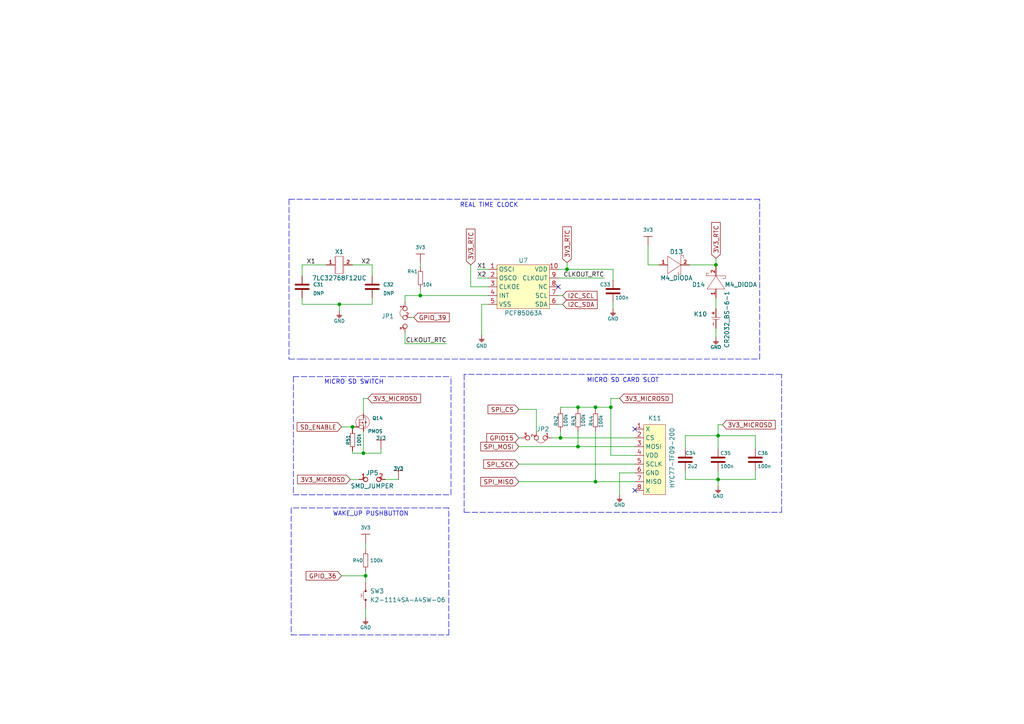
<source format=kicad_sch>
(kicad_sch (version 20211123) (generator eeschema)

  (uuid 1a2f4660-ab54-4a62-8451-9c431f793fab)

  (paper "A4")

  (title_block
    (title "Soldered Inkplate 6PLUS")
    (date "2023-07-24")
    (rev "V1.2.1")
    (company "SOLDERED")
    (comment 1 "333235")
  )

  (lib_symbols
    (symbol "e-radionica.com schematics:0603C" (pin_numbers hide) (pin_names (offset 0.002)) (in_bom yes) (on_board yes)
      (property "Reference" "C" (id 0) (at 0 3.81 0)
        (effects (font (size 1 1)))
      )
      (property "Value" "0603C" (id 1) (at 0 -3.175 0)
        (effects (font (size 1 1)))
      )
      (property "Footprint" "e-radionica.com footprinti:0603C" (id 2) (at 0.635 -4.445 0)
        (effects (font (size 1 1)) hide)
      )
      (property "Datasheet" "" (id 3) (at 0 0 0)
        (effects (font (size 1 1)) hide)
      )
      (symbol "0603C_0_1"
        (polyline
          (pts
            (xy -0.635 1.905)
            (xy -0.635 -1.905)
          )
          (stroke (width 0.5) (type default) (color 0 0 0 0))
          (fill (type none))
        )
        (polyline
          (pts
            (xy 0.635 1.905)
            (xy 0.635 -1.905)
          )
          (stroke (width 0.5) (type default) (color 0 0 0 0))
          (fill (type none))
        )
      )
      (symbol "0603C_1_1"
        (pin passive line (at -3.175 0 0) (length 2.54)
          (name "~" (effects (font (size 1.27 1.27))))
          (number "1" (effects (font (size 1.27 1.27))))
        )
        (pin passive line (at 3.175 0 180) (length 2.54)
          (name "~" (effects (font (size 1.27 1.27))))
          (number "2" (effects (font (size 1.27 1.27))))
        )
      )
    )
    (symbol "e-radionica.com schematics:0603R" (pin_numbers hide) (pin_names (offset 0.254)) (in_bom yes) (on_board yes)
      (property "Reference" "R" (id 0) (at 0 1.27 0)
        (effects (font (size 1 1)))
      )
      (property "Value" "0603R" (id 1) (at 0 -1.905 0)
        (effects (font (size 1 1)))
      )
      (property "Footprint" "e-radionica.com footprinti:0603R" (id 2) (at 0 -3.81 0)
        (effects (font (size 1 1)) hide)
      )
      (property "Datasheet" "" (id 3) (at -0.635 1.905 0)
        (effects (font (size 1 1)) hide)
      )
      (symbol "0603R_0_1"
        (rectangle (start -1.905 -0.635) (end 1.905 -0.6604)
          (stroke (width 0.1) (type default) (color 0 0 0 0))
          (fill (type none))
        )
        (rectangle (start -1.905 0.635) (end -1.8796 -0.635)
          (stroke (width 0.1) (type default) (color 0 0 0 0))
          (fill (type none))
        )
        (rectangle (start -1.905 0.635) (end 1.905 0.6096)
          (stroke (width 0.1) (type default) (color 0 0 0 0))
          (fill (type none))
        )
        (rectangle (start 1.905 0.635) (end 1.9304 -0.635)
          (stroke (width 0.1) (type default) (color 0 0 0 0))
          (fill (type none))
        )
      )
      (symbol "0603R_1_1"
        (pin passive line (at -3.175 0 0) (length 1.27)
          (name "~" (effects (font (size 1.27 1.27))))
          (number "1" (effects (font (size 1.27 1.27))))
        )
        (pin passive line (at 3.175 0 180) (length 1.27)
          (name "~" (effects (font (size 1.27 1.27))))
          (number "2" (effects (font (size 1.27 1.27))))
        )
      )
    )
    (symbol "e-radionica.com schematics:3V3" (power) (pin_names (offset 0)) (in_bom yes) (on_board yes)
      (property "Reference" "#PWR" (id 0) (at 4.445 0 0)
        (effects (font (size 1 1)) hide)
      )
      (property "Value" "3V3" (id 1) (at 0 3.556 0)
        (effects (font (size 1 1)))
      )
      (property "Footprint" "" (id 2) (at 4.445 3.81 0)
        (effects (font (size 1 1)) hide)
      )
      (property "Datasheet" "" (id 3) (at 4.445 3.81 0)
        (effects (font (size 1 1)) hide)
      )
      (property "ki_keywords" "power-flag" (id 4) (at 0 0 0)
        (effects (font (size 1.27 1.27)) hide)
      )
      (property "ki_description" "Power symbol creates a global label with name \"3V3\"" (id 5) (at 0 0 0)
        (effects (font (size 1.27 1.27)) hide)
      )
      (symbol "3V3_0_1"
        (polyline
          (pts
            (xy -1.27 2.54)
            (xy 1.27 2.54)
          )
          (stroke (width 0.16) (type default) (color 0 0 0 0))
          (fill (type none))
        )
        (polyline
          (pts
            (xy 0 0)
            (xy 0 2.54)
          )
          (stroke (width 0) (type default) (color 0 0 0 0))
          (fill (type none))
        )
      )
      (symbol "3V3_1_1"
        (pin power_in line (at 0 0 90) (length 0) hide
          (name "3V3" (effects (font (size 1.27 1.27))))
          (number "1" (effects (font (size 1.27 1.27))))
        )
      )
    )
    (symbol "e-radionica.com schematics:ABS07AIG-32.768KHZ-7-D-T" (in_bom yes) (on_board yes)
      (property "Reference" "X" (id 0) (at 0 3.81 0)
        (effects (font (size 1.27 1.27)))
      )
      (property "Value" "ABS07AIG-32.768KHZ-7-D-T" (id 1) (at 0 -3.81 0)
        (effects (font (size 1.27 1.27)))
      )
      (property "Footprint" "e-radionica.com footprinti:ABS07AIG-32.768KHZ-7-D-T" (id 2) (at 0 0 0)
        (effects (font (size 1.27 1.27)) hide)
      )
      (property "Datasheet" "" (id 3) (at 0 0 0)
        (effects (font (size 1.27 1.27)) hide)
      )
      (symbol "ABS07AIG-32.768KHZ-7-D-T_0_1"
        (polyline
          (pts
            (xy -1.27 2.54)
            (xy -1.27 -2.54)
          )
          (stroke (width 0.0006) (type default) (color 0 0 0 0))
          (fill (type none))
        )
        (polyline
          (pts
            (xy 1.27 2.54)
            (xy 1.27 -2.54)
            (xy 1.27 -1.27)
          )
          (stroke (width 0.0006) (type default) (color 0 0 0 0))
          (fill (type none))
        )
        (polyline
          (pts
            (xy -1.016 2.54)
            (xy -1.016 -2.54)
            (xy 1.016 -2.54)
            (xy 1.016 2.54)
            (xy -1.016 2.54)
            (xy 0.762 2.54)
          )
          (stroke (width 0.0006) (type default) (color 0 0 0 0))
          (fill (type none))
        )
      )
      (symbol "ABS07AIG-32.768KHZ-7-D-T_1_1"
        (pin passive line (at -3.81 0 0) (length 2.54)
          (name "~" (effects (font (size 1 1))))
          (number "1" (effects (font (size 1 1))))
        )
        (pin passive line (at 3.81 0 180) (length 2.54)
          (name "~" (effects (font (size 1 1))))
          (number "2" (effects (font (size 1 1))))
        )
      )
    )
    (symbol "e-radionica.com schematics:CR2032_BS-6-1" (in_bom yes) (on_board yes)
      (property "Reference" "K" (id 0) (at 0 2.54 0)
        (effects (font (size 1.27 1.27)))
      )
      (property "Value" "CR2032_BS-6-1" (id 1) (at 0 -2.54 0)
        (effects (font (size 1.27 1.27)))
      )
      (property "Footprint" "e-radionica.com footprinti:CR2032-BS-6-1" (id 2) (at 0 -5.08 0)
        (effects (font (size 1.27 1.27)) hide)
      )
      (property "Datasheet" "" (id 3) (at 0 0 0)
        (effects (font (size 1.27 1.27)) hide)
      )
      (property "ki_keywords" "CR2032 BS-6" (id 4) (at 0 0 0)
        (effects (font (size 1.27 1.27)) hide)
      )
      (property "ki_description" "CR2032 HOLDER" (id 5) (at 0 0 0)
        (effects (font (size 1.27 1.27)) hide)
      )
      (symbol "CR2032_BS-6-1_0_1"
        (polyline
          (pts
            (xy 0 -1.27)
            (xy 0 1.27)
            (xy 0 -0.762)
          )
          (stroke (width 0.1) (type default) (color 0 0 0 0))
          (fill (type none))
        )
        (polyline
          (pts
            (xy 0.508 1.016)
            (xy 0.508 -1.016)
            (xy 0.508 -0.762)
          )
          (stroke (width 0.1) (type default) (color 0 0 0 0))
          (fill (type none))
        )
      )
      (symbol "CR2032_BS-6-1_1_1"
        (pin input line (at -2.54 0 0) (length 2.54)
          (name "" (effects (font (size 1 1))))
          (number "+" (effects (font (size 1 1))))
        )
        (pin output line (at 3.175 0 180) (length 2.54)
          (name "" (effects (font (size 1 1))))
          (number "-" (effects (font (size 1 1))))
        )
      )
    )
    (symbol "e-radionica.com schematics:GND" (power) (pin_names (offset 0)) (in_bom yes) (on_board yes)
      (property "Reference" "#PWR" (id 0) (at 4.445 0 0)
        (effects (font (size 1 1)) hide)
      )
      (property "Value" "GND" (id 1) (at 0 -2.921 0)
        (effects (font (size 1 1)))
      )
      (property "Footprint" "" (id 2) (at 4.445 3.81 0)
        (effects (font (size 1 1)) hide)
      )
      (property "Datasheet" "" (id 3) (at 4.445 3.81 0)
        (effects (font (size 1 1)) hide)
      )
      (property "ki_keywords" "power-flag" (id 4) (at 0 0 0)
        (effects (font (size 1.27 1.27)) hide)
      )
      (property "ki_description" "Power symbol creates a global label with name \"GND\"" (id 5) (at 0 0 0)
        (effects (font (size 1.27 1.27)) hide)
      )
      (symbol "GND_0_1"
        (polyline
          (pts
            (xy -0.762 -1.27)
            (xy 0.762 -1.27)
          )
          (stroke (width 0.16) (type default) (color 0 0 0 0))
          (fill (type none))
        )
        (polyline
          (pts
            (xy -0.635 -1.524)
            (xy 0.635 -1.524)
          )
          (stroke (width 0.16) (type default) (color 0 0 0 0))
          (fill (type none))
        )
        (polyline
          (pts
            (xy -0.381 -1.778)
            (xy 0.381 -1.778)
          )
          (stroke (width 0.16) (type default) (color 0 0 0 0))
          (fill (type none))
        )
        (polyline
          (pts
            (xy -0.127 -2.032)
            (xy 0.127 -2.032)
          )
          (stroke (width 0.16) (type default) (color 0 0 0 0))
          (fill (type none))
        )
        (polyline
          (pts
            (xy 0 0)
            (xy 0 -1.27)
          )
          (stroke (width 0.16) (type default) (color 0 0 0 0))
          (fill (type none))
        )
      )
      (symbol "GND_1_1"
        (pin power_in line (at 0 0 270) (length 0) hide
          (name "GND" (effects (font (size 1.27 1.27))))
          (number "1" (effects (font (size 1.27 1.27))))
        )
      )
    )
    (symbol "e-radionica.com schematics:HYC77-TF09-200" (in_bom yes) (on_board yes)
      (property "Reference" "K" (id 0) (at 0 11.43 0)
        (effects (font (size 1.27 1.27)))
      )
      (property "Value" "HYC77-TF09-200" (id 1) (at 0 -11.43 0)
        (effects (font (size 1.27 1.27)))
      )
      (property "Footprint" "e-radionica.com footprinti:HYC77-TF09-200" (id 2) (at 0 -13.97 0)
        (effects (font (size 1.27 1.27)) hide)
      )
      (property "Datasheet" "" (id 3) (at -1.27 5.08 0)
        (effects (font (size 1.27 1.27)) hide)
      )
      (property "ki_keywords" "micro SD card holder" (id 4) (at 0 0 0)
        (effects (font (size 1.27 1.27)) hide)
      )
      (property "ki_description" "Micro SDcard holder" (id 5) (at 0 0 0)
        (effects (font (size 1.27 1.27)) hide)
      )
      (symbol "HYC77-TF09-200_0_1"
        (rectangle (start -2.54 10.16) (end 3.81 -10.16)
          (stroke (width 0.1) (type default) (color 0 0 0 0))
          (fill (type background))
        )
      )
      (symbol "HYC77-TF09-200_1_1"
        (pin bidirectional line (at -5.08 8.89 0) (length 2.54)
          (name "X" (effects (font (size 1.27 1.27))))
          (number "1" (effects (font (size 1.27 1.27))))
        )
        (pin bidirectional line (at -5.08 6.35 0) (length 2.54)
          (name "CS" (effects (font (size 1.27 1.27))))
          (number "2" (effects (font (size 1.27 1.27))))
        )
        (pin bidirectional line (at -5.08 3.81 0) (length 2.54)
          (name "MOSI" (effects (font (size 1.27 1.27))))
          (number "3" (effects (font (size 1.27 1.27))))
        )
        (pin bidirectional line (at -5.08 1.27 0) (length 2.54)
          (name "VDD" (effects (font (size 1.27 1.27))))
          (number "4" (effects (font (size 1.27 1.27))))
        )
        (pin bidirectional line (at -5.08 -1.27 0) (length 2.54)
          (name "SCLK" (effects (font (size 1.27 1.27))))
          (number "5" (effects (font (size 1.27 1.27))))
        )
        (pin bidirectional line (at -5.08 -3.81 0) (length 2.54)
          (name "GND" (effects (font (size 1.27 1.27))))
          (number "6" (effects (font (size 1.27 1.27))))
        )
        (pin bidirectional line (at -5.08 -6.35 0) (length 2.54)
          (name "MISO" (effects (font (size 1.27 1.27))))
          (number "7" (effects (font (size 1.27 1.27))))
        )
        (pin bidirectional line (at -5.08 -8.89 0) (length 2.54)
          (name "X" (effects (font (size 1.27 1.27))))
          (number "8" (effects (font (size 1.27 1.27))))
        )
      )
    )
    (symbol "e-radionica.com schematics:K2-1114SA-A4SW-06" (pin_numbers hide) (pin_names hide) (in_bom yes) (on_board yes)
      (property "Reference" "SW" (id 0) (at 0 2.54 0)
        (effects (font (size 1.27 1.27)))
      )
      (property "Value" "K2-1114SA-A4SW-06" (id 1) (at 0 -2.54 0)
        (effects (font (size 1.27 1.27)))
      )
      (property "Footprint" "e-radionica.com footprinti:K2-1114SA-A4SW-06" (id 2) (at 0 -5.08 0)
        (effects (font (size 1.27 1.27)) hide)
      )
      (property "Datasheet" "" (id 3) (at 1.27 17.78 0)
        (effects (font (size 1.27 1.27)) hide)
      )
      (symbol "K2-1114SA-A4SW-06_0_1"
        (circle (center -1.27 0) (radius 0.254)
          (stroke (width 0.001) (type default) (color 0 0 0 0))
          (fill (type outline))
        )
        (polyline
          (pts
            (xy -1.27 0.635)
            (xy 1.27 0.635)
          )
          (stroke (width 0.1) (type default) (color 0 0 0 0))
          (fill (type none))
        )
        (polyline
          (pts
            (xy 0 0.635)
            (xy 0 1.27)
          )
          (stroke (width 0.0006) (type default) (color 0 0 0 0))
          (fill (type none))
        )
        (polyline
          (pts
            (xy 0.635 1.27)
            (xy -0.635 1.27)
          )
          (stroke (width 0.1) (type default) (color 0 0 0 0))
          (fill (type none))
        )
        (circle (center 1.27 0) (radius 0.254)
          (stroke (width 0.001) (type default) (color 0 0 0 0))
          (fill (type outline))
        )
      )
      (symbol "K2-1114SA-A4SW-06_1_1"
        (pin passive line (at -3.81 0 0) (length 2.54)
          (name "~" (effects (font (size 1 1))))
          (number "1" (effects (font (size 1 1))))
        )
        (pin passive line (at 3.81 0 180) (length 2.54)
          (name "~" (effects (font (size 1 1))))
          (number "2" (effects (font (size 1 1))))
        )
      )
    )
    (symbol "e-radionica.com schematics:M4_DIODA" (pin_names hide) (in_bom yes) (on_board yes)
      (property "Reference" "D" (id 0) (at 0 3.81 0)
        (effects (font (size 1.27 1.27)))
      )
      (property "Value" "M4_DIODA" (id 1) (at 0 -4.572 0)
        (effects (font (size 1.27 1.27)))
      )
      (property "Footprint" "e-radionica.com footprinti:M4_DIODA" (id 2) (at 0 -6.35 0)
        (effects (font (size 1.27 1.27)) hide)
      )
      (property "Datasheet" "" (id 3) (at 0 0 0)
        (effects (font (size 1.27 1.27)) hide)
      )
      (symbol "M4_DIODA_0_1"
        (polyline
          (pts
            (xy -2.54 2.54)
            (xy -2.54 -2.54)
            (xy 1.27 0)
            (xy -2.54 2.54)
          )
          (stroke (width 0.1) (type default) (color 0 0 0 0))
          (fill (type none))
        )
        (polyline
          (pts
            (xy 1.27 2.794)
            (xy 1.27 -2.794)
            (xy 0.508 -2.794)
            (xy 0.508 -2.032)
          )
          (stroke (width 0.1) (type default) (color 0 0 0 0))
          (fill (type none))
        )
        (polyline
          (pts
            (xy 1.27 2.794)
            (xy 2.032 2.794)
            (xy 2.032 2.032)
            (xy 2.032 2.54)
          )
          (stroke (width 0.1) (type default) (color 0 0 0 0))
          (fill (type none))
        )
      )
      (symbol "M4_DIODA_1_1"
        (pin passive line (at -5.08 0 0) (length 2.54)
          (name "A" (effects (font (size 1 1))))
          (number "1" (effects (font (size 1 1))))
        )
        (pin passive line (at 3.81 0 180) (length 2.54)
          (name "K" (effects (font (size 1 1))))
          (number "2" (effects (font (size 1 1))))
        )
      )
    )
    (symbol "e-radionica.com schematics:PCF85063A" (in_bom yes) (on_board yes)
      (property "Reference" "U" (id 0) (at 0 7.62 0)
        (effects (font (size 1.27 1.27)))
      )
      (property "Value" "PCF85063A" (id 1) (at 0 -7.62 0)
        (effects (font (size 1.27 1.27)))
      )
      (property "Footprint" "e-radionica.com footprinti:PCF85063A" (id 2) (at 0 -10.16 0)
        (effects (font (size 1.27 1.27)) hide)
      )
      (property "Datasheet" "" (id 3) (at -6.35 2.54 0)
        (effects (font (size 1.27 1.27)) hide)
      )
      (symbol "PCF85063A_0_1"
        (rectangle (start -7.62 6.35) (end 7.62 -6.35)
          (stroke (width 0.1) (type default) (color 0 0 0 0))
          (fill (type background))
        )
      )
      (symbol "PCF85063A_1_1"
        (pin passive line (at -10.16 5.08 0) (length 2.54)
          (name "OSCI" (effects (font (size 1.27 1.27))))
          (number "1" (effects (font (size 1.27 1.27))))
        )
        (pin passive line (at 10.16 5.08 180) (length 2.54)
          (name "VDD" (effects (font (size 1.27 1.27))))
          (number "10" (effects (font (size 1.27 1.27))))
        )
        (pin passive line (at -10.16 2.54 0) (length 2.54)
          (name "OSCO" (effects (font (size 1.27 1.27))))
          (number "2" (effects (font (size 1.27 1.27))))
        )
        (pin passive line (at -10.16 0 0) (length 2.54)
          (name "CLKOE" (effects (font (size 1.27 1.27))))
          (number "3" (effects (font (size 1.27 1.27))))
        )
        (pin passive line (at -10.16 -2.54 0) (length 2.54)
          (name "INT" (effects (font (size 1.27 1.27))))
          (number "4" (effects (font (size 1.27 1.27))))
        )
        (pin passive line (at -10.16 -5.08 0) (length 2.54)
          (name "VSS" (effects (font (size 1.27 1.27))))
          (number "5" (effects (font (size 1.27 1.27))))
        )
        (pin passive line (at 10.16 -5.08 180) (length 2.54)
          (name "SDA" (effects (font (size 1.27 1.27))))
          (number "6" (effects (font (size 1.27 1.27))))
        )
        (pin passive line (at 10.16 -2.54 180) (length 2.54)
          (name "SCL" (effects (font (size 1.27 1.27))))
          (number "7" (effects (font (size 1.27 1.27))))
        )
        (pin passive line (at 10.16 0 180) (length 2.54)
          (name "NC" (effects (font (size 1.27 1.27))))
          (number "8" (effects (font (size 1.27 1.27))))
        )
        (pin passive line (at 10.16 2.54 180) (length 2.54)
          (name "CLKOUT" (effects (font (size 1.27 1.27))))
          (number "9" (effects (font (size 1.27 1.27))))
        )
      )
    )
    (symbol "e-radionica.com schematics:PMOS-SOT-23-3" (pin_numbers hide) (pin_names hide) (in_bom yes) (on_board yes)
      (property "Reference" "Q" (id 0) (at -1.27 2.54 0)
        (effects (font (size 1 1)))
      )
      (property "Value" "PMOS-SOT-23-3" (id 1) (at 0.381 -4.064 0)
        (effects (font (size 1 1)))
      )
      (property "Footprint" "e-radionica.com footprinti:SOT-23-3" (id 2) (at 1.27 -7.62 0)
        (effects (font (size 1 1)) hide)
      )
      (property "Datasheet" "" (id 3) (at 0 0 0)
        (effects (font (size 1 1)) hide)
      )
      (symbol "PMOS-SOT-23-3_0_1"
        (polyline
          (pts
            (xy 0 -1.27)
            (xy 0 1.016)
          )
          (stroke (width 0.1) (type default) (color 0 0 0 0))
          (fill (type none))
        )
        (polyline
          (pts
            (xy 0.254 -1.016)
            (xy 0.254 -0.508)
          )
          (stroke (width 0.1) (type default) (color 0 0 0 0))
          (fill (type none))
        )
        (polyline
          (pts
            (xy 0.254 -0.762)
            (xy 1.27 -0.762)
          )
          (stroke (width 0.1) (type default) (color 0 0 0 0))
          (fill (type none))
        )
        (polyline
          (pts
            (xy 0.254 -0.254)
            (xy 0.254 0.254)
          )
          (stroke (width 0.1) (type default) (color 0 0 0 0))
          (fill (type none))
        )
        (polyline
          (pts
            (xy 0.254 0.762)
            (xy 1.27 0.762)
          )
          (stroke (width 0.1) (type default) (color 0 0 0 0))
          (fill (type none))
        )
        (polyline
          (pts
            (xy 0.254 1.016)
            (xy 0.254 0.508)
          )
          (stroke (width 0.1) (type default) (color 0 0 0 0))
          (fill (type none))
        )
        (polyline
          (pts
            (xy 1.27 -1.27)
            (xy 1.27 -0.762)
          )
          (stroke (width 0.1) (type default) (color 0 0 0 0))
          (fill (type none))
        )
        (polyline
          (pts
            (xy 1.27 0.762)
            (xy 1.27 1.27)
          )
          (stroke (width 0.1) (type default) (color 0 0 0 0))
          (fill (type none))
        )
        (polyline
          (pts
            (xy 2.159 -0.127)
            (xy 1.651 -0.127)
          )
          (stroke (width 0.1) (type default) (color 0 0 0 0))
          (fill (type none))
        )
        (polyline
          (pts
            (xy 2.159 0.254)
            (xy 1.905 -0.127)
          )
          (stroke (width 0.1) (type default) (color 0 0 0 0))
          (fill (type none))
        )
        (polyline
          (pts
            (xy 0.254 0)
            (xy 1.27 0)
            (xy 1.27 -0.762)
          )
          (stroke (width 0.1) (type default) (color 0 0 0 0))
          (fill (type none))
        )
        (polyline
          (pts
            (xy 2.159 0.254)
            (xy 1.651 0.254)
            (xy 1.905 -0.127)
          )
          (stroke (width 0.1) (type default) (color 0 0 0 0))
          (fill (type none))
        )
        (polyline
          (pts
            (xy 1.143 0)
            (xy 0.889 -0.254)
            (xy 0.889 0.254)
            (xy 1.143 0)
          )
          (stroke (width 0.1) (type default) (color 0 0 0 0))
          (fill (type none))
        )
        (polyline
          (pts
            (xy 1.27 -1.27)
            (xy 1.905 -1.27)
            (xy 1.905 1.524)
            (xy 1.27 1.524)
          )
          (stroke (width 0.1) (type default) (color 0 0 0 0))
          (fill (type none))
        )
        (circle (center 1.016 0.127) (radius 1.9716)
          (stroke (width 0.1) (type default) (color 0 0 0 0))
          (fill (type none))
        )
      )
      (symbol "PMOS-SOT-23-3_1_1"
        (pin passive line (at -1.27 -1.27 0) (length 1.27)
          (name "G" (effects (font (size 1 1))))
          (number "1" (effects (font (size 1 1))))
        )
        (pin passive line (at 1.27 -2.54 90) (length 1.27)
          (name "S" (effects (font (size 1 1))))
          (number "2" (effects (font (size 1 1))))
        )
        (pin passive line (at 1.27 2.54 270) (length 1.27)
          (name "D" (effects (font (size 1 1))))
          (number "3" (effects (font (size 1 1))))
        )
      )
    )
    (symbol "e-radionica.com schematics:SMD_JUMPER" (in_bom yes) (on_board yes)
      (property "Reference" "JP" (id 0) (at 0 1.397 0)
        (effects (font (size 1.27 1.27)))
      )
      (property "Value" "SMD_JUMPER" (id 1) (at 0 -2.54 0)
        (effects (font (size 1.27 1.27)))
      )
      (property "Footprint" "e-radionica.com footprinti:SMD_JUMPER" (id 2) (at 0 -5.08 0)
        (effects (font (size 1.27 1.27)) hide)
      )
      (property "Datasheet" "" (id 3) (at 0 0 0)
        (effects (font (size 1.27 1.27)) hide)
      )
      (symbol "SMD_JUMPER_1_1"
        (pin passive inverted (at -3.81 0 0) (length 2.54)
          (name "" (effects (font (size 1.27 1.27))))
          (number "1" (effects (font (size 1.27 1.27))))
        )
        (pin passive inverted (at 3.81 0 180) (length 2.54)
          (name "" (effects (font (size 1.27 1.27))))
          (number "2" (effects (font (size 1.27 1.27))))
        )
      )
    )
    (symbol "e-radionica.com schematics:SMD_JUMPER_3_PAD_CONNECTED_LEFT_TRACE" (in_bom yes) (on_board yes)
      (property "Reference" "JP" (id 0) (at 0 3.81 0)
        (effects (font (size 1.27 1.27)))
      )
      (property "Value" "SMD_JUMPER_3_PAD_CONNECTED_LEFT_TRACE" (id 1) (at -1.27 -7.62 0)
        (effects (font (size 1.27 1.27)) hide)
      )
      (property "Footprint" "e-radionica.com footprinti:SMD_JUMPER_3_PAD_CONNECTED_LEFT_TRACE" (id 2) (at 2.54 -12.7 0)
        (effects (font (size 1.27 1.27)) hide)
      )
      (property "Datasheet" "" (id 3) (at 0 0 0)
        (effects (font (size 1.27 1.27)) hide)
      )
      (symbol "SMD_JUMPER_3_PAD_CONNECTED_LEFT_TRACE_0_1"
        (arc (start -0.635 0.5842) (mid -1.9346 1.472) (end -3.2512 0.6096)
          (stroke (width 0.1) (type default) (color 0 0 0 0))
          (fill (type none))
        )
      )
      (symbol "SMD_JUMPER_3_PAD_CONNECTED_LEFT_TRACE_1_1"
        (pin passive inverted (at -5.08 0 0) (length 2.54)
          (name "" (effects (font (size 1 1))))
          (number "1" (effects (font (size 1 1))))
        )
        (pin passive inverted (at -0.635 -1.905 90) (length 2.54)
          (name "" (effects (font (size 1 1))))
          (number "2" (effects (font (size 1 1))))
        )
        (pin passive inverted (at 3.81 0 180) (length 2.54)
          (name "" (effects (font (size 1 1))))
          (number "3" (effects (font (size 1 1))))
        )
      )
    )
  )

  (junction (at 207.645 76.835) (diameter 0) (color 0 0 0 0)
    (uuid 1937d528-a9c5-4dbb-beff-d3fd68e274d4)
  )
  (junction (at 208.28 126.365) (diameter 0) (color 0 0 0 0)
    (uuid 2dfd5bda-a436-4560-b9f4-2a83b9efbbe8)
  )
  (junction (at 164.465 78.105) (diameter 0) (color 0 0 0 0)
    (uuid 2fe6beae-83db-478e-a228-46569888b392)
  )
  (junction (at 162.56 127) (diameter 0) (color 0 0 0 0)
    (uuid 3eb21714-84a7-4cc6-9033-bae283de4906)
  )
  (junction (at 102.235 123.825) (diameter 0) (color 0 0 0 0)
    (uuid 46777c47-3c2f-4ec3-aa0c-dc42ac701663)
  )
  (junction (at 106.045 167.005) (diameter 0) (color 0 0 0 0)
    (uuid 472d1ae9-5209-4869-86f3-9875226387e6)
  )
  (junction (at 208.28 139.065) (diameter 0) (color 0 0 0 0)
    (uuid 529184f0-df7b-4d31-9fa8-4f628dd09c48)
  )
  (junction (at 121.92 85.725) (diameter 0) (color 0 0 0 0)
    (uuid 6d249f1f-77fc-46eb-8aac-85d0c8ada1fa)
  )
  (junction (at 167.64 129.54) (diameter 0) (color 0 0 0 0)
    (uuid 9dbed4c3-b0fe-47ad-b515-ada6fe1cd4a2)
  )
  (junction (at 105.41 131.445) (diameter 0) (color 0 0 0 0)
    (uuid a37b0bd2-e892-4940-85b1-3b2a3fcb1393)
  )
  (junction (at 98.425 88.265) (diameter 0) (color 0 0 0 0)
    (uuid af37e8ed-defd-4c8c-9093-1c9628250b87)
  )
  (junction (at 172.72 139.7) (diameter 0) (color 0 0 0 0)
    (uuid b1b9f0b4-2cef-444f-bed7-26c35d90dfe0)
  )
  (junction (at 167.64 118.11) (diameter 0) (color 0 0 0 0)
    (uuid c98b493f-5da2-4374-8196-48bbd3a1cb33)
  )
  (junction (at 177.165 118.11) (diameter 0) (color 0 0 0 0)
    (uuid d4fef803-47c1-420a-af75-ca2475c1cddf)
  )
  (junction (at 172.72 118.11) (diameter 0) (color 0 0 0 0)
    (uuid db4a054d-7102-4c0f-a6eb-12079738cb15)
  )

  (no_connect (at 184.15 142.24) (uuid 48d9e7d9-cec1-4a8f-a44d-735fa29b0afe))
  (no_connect (at 161.925 83.185) (uuid 97bdff7d-4e9e-4edd-b9f3-7775c57d0c73))
  (no_connect (at 184.15 124.46) (uuid dae08224-a89e-4e05-94f7-940658f6fa1d))

  (wire (pts (xy 184.15 137.16) (xy 179.705 137.16))
    (stroke (width 0) (type default) (color 0 0 0 0))
    (uuid 0089aa84-f4e6-4c07-8c8e-b8bcec362f54)
  )
  (wire (pts (xy 138.43 78.105) (xy 141.605 78.105))
    (stroke (width 0) (type default) (color 0 0 0 0))
    (uuid 097bd13c-2d79-4bb8-a0ed-f94fc429560a)
  )
  (wire (pts (xy 87.63 76.835) (xy 87.63 80.01))
    (stroke (width 0) (type default) (color 0 0 0 0))
    (uuid 0af1d27e-28a6-4b86-82dd-b63b1507b826)
  )
  (wire (pts (xy 99.06 123.825) (xy 102.235 123.825))
    (stroke (width 0) (type default) (color 0 0 0 0))
    (uuid 0e273915-146b-4128-935e-7ddc0e0b0b25)
  )
  (wire (pts (xy 167.64 125.095) (xy 167.64 129.54))
    (stroke (width 0) (type default) (color 0 0 0 0))
    (uuid 0f69b79d-e493-4844-bc57-d24f1b2c2fdc)
  )
  (polyline (pts (xy 226.695 148.59) (xy 226.695 108.585))
    (stroke (width 0) (type default) (color 0 0 0 0))
    (uuid 10e937aa-4f20-430c-9ae3-e7ec8489cf9a)
  )

  (wire (pts (xy 110.49 130.175) (xy 110.49 131.445))
    (stroke (width 0) (type default) (color 0 0 0 0))
    (uuid 11731640-2394-4fda-b3f9-f98bc9ea2c0c)
  )
  (wire (pts (xy 105.41 115.57) (xy 106.68 115.57))
    (stroke (width 0) (type default) (color 0 0 0 0))
    (uuid 119108d1-7af9-4042-be9b-15e413e7ac0a)
  )
  (polyline (pts (xy 130.175 184.15) (xy 130.175 147.32))
    (stroke (width 0) (type default) (color 0 0 0 0))
    (uuid 122627a4-8d67-402d-aec5-344d692f26e3)
  )
  (polyline (pts (xy 226.695 108.585) (xy 134.62 108.585))
    (stroke (width 0) (type default) (color 0 0 0 0))
    (uuid 148d1963-0773-48e4-839f-58b163c6a2b0)
  )

  (wire (pts (xy 87.63 86.36) (xy 87.63 88.265))
    (stroke (width 0) (type default) (color 0 0 0 0))
    (uuid 1595f83a-67fc-41a5-84d0-3607c1ac8c82)
  )
  (wire (pts (xy 102.235 130.81) (xy 102.235 131.445))
    (stroke (width 0) (type default) (color 0 0 0 0))
    (uuid 19f6af09-5b62-4ebc-8402-aa5f6d5048fa)
  )
  (wire (pts (xy 101.6 139.065) (xy 104.14 139.065))
    (stroke (width 0) (type default) (color 0 0 0 0))
    (uuid 1d2ffbd6-50ff-45a4-b16b-42458ca85232)
  )
  (wire (pts (xy 160.02 127) (xy 162.56 127))
    (stroke (width 0) (type default) (color 0 0 0 0))
    (uuid 1f2dd45c-089a-4dc9-8ff8-5ccaf1d3790d)
  )
  (wire (pts (xy 117.475 99.695) (xy 129.54 99.695))
    (stroke (width 0) (type default) (color 0 0 0 0))
    (uuid 222c35d0-7262-491a-88c8-2cc27d458ead)
  )
  (wire (pts (xy 121.92 76.2) (xy 121.92 77.47))
    (stroke (width 0) (type default) (color 0 0 0 0))
    (uuid 2772de20-f471-43ed-895e-8926f5ad3184)
  )
  (wire (pts (xy 219.075 130.175) (xy 219.075 126.365))
    (stroke (width 0) (type default) (color 0 0 0 0))
    (uuid 291feedd-7b6c-41ea-948f-cb7a4c5447d2)
  )
  (wire (pts (xy 200.025 76.835) (xy 207.645 76.835))
    (stroke (width 0) (type default) (color 0 0 0 0))
    (uuid 2dbb4037-2a22-443d-9492-592bfe75cb2f)
  )
  (wire (pts (xy 187.96 76.835) (xy 191.135 76.835))
    (stroke (width 0) (type default) (color 0 0 0 0))
    (uuid 2ed6be73-1a58-40b8-a493-3c5c29f98757)
  )
  (wire (pts (xy 177.165 115.57) (xy 179.705 115.57))
    (stroke (width 0) (type default) (color 0 0 0 0))
    (uuid 2f16dc8c-0140-4d3b-b76b-4cda7ba1895d)
  )
  (wire (pts (xy 161.925 80.645) (xy 175.26 80.645))
    (stroke (width 0) (type default) (color 0 0 0 0))
    (uuid 338786e7-c5ac-493c-acff-ef921708e872)
  )
  (wire (pts (xy 106.045 157.48) (xy 106.045 159.385))
    (stroke (width 0) (type default) (color 0 0 0 0))
    (uuid 33d384c8-e84d-46d8-add8-2ec204119342)
  )
  (wire (pts (xy 162.56 118.745) (xy 162.56 118.11))
    (stroke (width 0) (type default) (color 0 0 0 0))
    (uuid 359acbc9-f60e-4b5f-bee4-d1ca7b0b96df)
  )
  (wire (pts (xy 155.575 118.745) (xy 155.575 125.095))
    (stroke (width 0) (type default) (color 0 0 0 0))
    (uuid 37b460e9-102c-47ce-ae14-ffa1a77951d1)
  )
  (polyline (pts (xy 85.09 109.22) (xy 130.81 109.22))
    (stroke (width 0) (type default) (color 0 0 0 0))
    (uuid 3a32ca07-2e65-43bb-b3b9-3c74520c029e)
  )

  (wire (pts (xy 219.075 139.065) (xy 208.28 139.065))
    (stroke (width 0) (type default) (color 0 0 0 0))
    (uuid 3c441c94-9dd7-4dab-9c24-0d7546233cdf)
  )
  (polyline (pts (xy 85.09 109.22) (xy 85.09 143.51))
    (stroke (width 0) (type default) (color 0 0 0 0))
    (uuid 46bee3f3-fe38-43bd-bdda-61c50f0fe585)
  )

  (wire (pts (xy 102.235 123.825) (xy 102.235 124.46))
    (stroke (width 0) (type default) (color 0 0 0 0))
    (uuid 48e1139e-4f17-49c9-a7b6-ce0259f54489)
  )
  (wire (pts (xy 207.645 74.93) (xy 207.645 76.835))
    (stroke (width 0) (type default) (color 0 0 0 0))
    (uuid 4bcf78d3-f26f-43bf-aaf0-d4da265f93e6)
  )
  (wire (pts (xy 106.045 167.005) (xy 106.045 168.91))
    (stroke (width 0) (type default) (color 0 0 0 0))
    (uuid 4d4b3b1d-b8c3-44d9-8b55-6303fc6c5f25)
  )
  (wire (pts (xy 102.235 123.825) (xy 102.87 123.825))
    (stroke (width 0) (type default) (color 0 0 0 0))
    (uuid 5030e0f7-ee32-4a83-a6d3-ba8209aa65a6)
  )
  (wire (pts (xy 161.925 88.265) (xy 163.195 88.265))
    (stroke (width 0) (type default) (color 0 0 0 0))
    (uuid 52919a33-cd8d-4999-9264-e71418bf38ef)
  )
  (wire (pts (xy 106.045 176.53) (xy 106.045 179.07))
    (stroke (width 0) (type default) (color 0 0 0 0))
    (uuid 53107e64-848f-4977-a916-9470da1494bd)
  )
  (polyline (pts (xy 84.455 147.32) (xy 84.455 184.15))
    (stroke (width 0) (type default) (color 0 0 0 0))
    (uuid 548f783e-07a7-409d-818f-48da5002f56e)
  )

  (wire (pts (xy 117.475 85.725) (xy 117.475 87.63))
    (stroke (width 0) (type default) (color 0 0 0 0))
    (uuid 59ec266f-1397-44f8-b6a9-dae43eff8bca)
  )
  (wire (pts (xy 98.425 88.265) (xy 107.95 88.265))
    (stroke (width 0) (type default) (color 0 0 0 0))
    (uuid 5a6b9a9a-5589-4af3-8266-7a716ebd10ae)
  )
  (wire (pts (xy 102.235 76.835) (xy 107.95 76.835))
    (stroke (width 0) (type default) (color 0 0 0 0))
    (uuid 5b378ede-0320-4afb-bc34-7c04553f3aaa)
  )
  (wire (pts (xy 150.495 134.62) (xy 184.15 134.62))
    (stroke (width 0) (type default) (color 0 0 0 0))
    (uuid 5cb02a10-b957-484b-8e21-5f88d236bbae)
  )
  (wire (pts (xy 198.755 136.525) (xy 198.755 139.065))
    (stroke (width 0) (type default) (color 0 0 0 0))
    (uuid 5f7644e5-aa04-4234-91d9-3472f28ad06c)
  )
  (polyline (pts (xy 83.82 104.14) (xy 87.63 104.14))
    (stroke (width 0) (type default) (color 0 0 0 0))
    (uuid 604e065a-a4e5-49bf-b71d-2ff8f50b5b22)
  )

  (wire (pts (xy 105.41 120.015) (xy 105.41 115.57))
    (stroke (width 0) (type default) (color 0 0 0 0))
    (uuid 62137819-fb27-4ab5-a4d7-a3b07dda0079)
  )
  (wire (pts (xy 161.925 85.725) (xy 163.195 85.725))
    (stroke (width 0) (type default) (color 0 0 0 0))
    (uuid 6694be4e-79c0-4f97-870d-e6a531ff81f7)
  )
  (wire (pts (xy 208.28 140.97) (xy 208.28 139.065))
    (stroke (width 0) (type default) (color 0 0 0 0))
    (uuid 6b9b6bd3-b1ee-47ed-b6d9-056fd845fd1a)
  )
  (wire (pts (xy 208.28 123.19) (xy 208.28 126.365))
    (stroke (width 0) (type default) (color 0 0 0 0))
    (uuid 6c0ba205-e978-4464-b11d-dc7f5882fe94)
  )
  (polyline (pts (xy 88.265 184.15) (xy 130.175 184.15))
    (stroke (width 0) (type default) (color 0 0 0 0))
    (uuid 6d41c79b-4e92-47cb-9b63-88bfde0cac32)
  )

  (wire (pts (xy 209.55 123.19) (xy 208.28 123.19))
    (stroke (width 0) (type default) (color 0 0 0 0))
    (uuid 6e6e94af-6999-4f64-94d9-3771bb5a8d27)
  )
  (polyline (pts (xy 134.62 148.59) (xy 226.695 148.59))
    (stroke (width 0) (type default) (color 0 0 0 0))
    (uuid 6fa36bf6-d5ce-4ed2-820e-4046f04e8a6c)
  )

  (wire (pts (xy 198.755 126.365) (xy 208.28 126.365))
    (stroke (width 0) (type default) (color 0 0 0 0))
    (uuid 7026a741-085b-4ea3-9b0f-5ed150d2a5a5)
  )
  (polyline (pts (xy 130.81 143.51) (xy 130.81 109.22))
    (stroke (width 0) (type default) (color 0 0 0 0))
    (uuid 7222ae41-1330-473a-87ad-9c1b297326dc)
  )

  (wire (pts (xy 172.72 118.11) (xy 172.72 118.745))
    (stroke (width 0) (type default) (color 0 0 0 0))
    (uuid 77622667-d59b-4fcb-b02b-c458e2b80295)
  )
  (wire (pts (xy 177.8 78.105) (xy 164.465 78.105))
    (stroke (width 0) (type default) (color 0 0 0 0))
    (uuid 807589a5-d1f2-4f18-b900-5a8d2a2533bb)
  )
  (wire (pts (xy 172.72 125.095) (xy 172.72 139.7))
    (stroke (width 0) (type default) (color 0 0 0 0))
    (uuid 831211f0-7823-460f-ae62-2c2d53a41047)
  )
  (wire (pts (xy 172.72 139.7) (xy 184.15 139.7))
    (stroke (width 0) (type default) (color 0 0 0 0))
    (uuid 84dc3a7a-1043-42d2-9731-21659faef217)
  )
  (wire (pts (xy 87.63 76.835) (xy 94.615 76.835))
    (stroke (width 0) (type default) (color 0 0 0 0))
    (uuid 8a414c67-52b3-4d5d-99eb-43f3bb17da1e)
  )
  (wire (pts (xy 164.465 78.105) (xy 161.925 78.105))
    (stroke (width 0) (type default) (color 0 0 0 0))
    (uuid 8c1a910b-7ec5-483e-a486-9c0ec7526694)
  )
  (wire (pts (xy 219.075 126.365) (xy 208.28 126.365))
    (stroke (width 0) (type default) (color 0 0 0 0))
    (uuid 8d0571bd-b334-4f2b-ade9-d31970290bb8)
  )
  (wire (pts (xy 219.075 136.525) (xy 219.075 139.065))
    (stroke (width 0) (type default) (color 0 0 0 0))
    (uuid 905055d0-2d22-41b1-9671-9bb728933d47)
  )
  (wire (pts (xy 119.38 92.075) (xy 120.015 92.075))
    (stroke (width 0) (type default) (color 0 0 0 0))
    (uuid 909867d4-2240-4795-93a5-efcc8219b9a9)
  )
  (wire (pts (xy 110.49 131.445) (xy 105.41 131.445))
    (stroke (width 0) (type default) (color 0 0 0 0))
    (uuid 91e8d98d-742a-4531-81cc-cc9dd8304c85)
  )
  (wire (pts (xy 150.495 129.54) (xy 167.64 129.54))
    (stroke (width 0) (type default) (color 0 0 0 0))
    (uuid 927fedeb-7e0c-439e-a016-d8f703c2bb8d)
  )
  (polyline (pts (xy 130.175 147.32) (xy 84.455 147.32))
    (stroke (width 0) (type default) (color 0 0 0 0))
    (uuid 92d081a3-17ce-464a-aeac-090827aa5648)
  )

  (wire (pts (xy 136.525 76.835) (xy 136.525 83.185))
    (stroke (width 0) (type default) (color 0 0 0 0))
    (uuid 92ec2c0a-1d0e-42b1-87e6-51ec2f1cd8aa)
  )
  (wire (pts (xy 198.755 139.065) (xy 208.28 139.065))
    (stroke (width 0) (type default) (color 0 0 0 0))
    (uuid 93fb60b1-abea-4032-8ca9-3afac89839f2)
  )
  (wire (pts (xy 138.43 80.645) (xy 141.605 80.645))
    (stroke (width 0) (type default) (color 0 0 0 0))
    (uuid 9453d83e-731b-4bfa-9512-a482f766e2d6)
  )
  (wire (pts (xy 150.495 118.745) (xy 155.575 118.745))
    (stroke (width 0) (type default) (color 0 0 0 0))
    (uuid 962d8462-c2a7-4272-8537-6037bad18c74)
  )
  (wire (pts (xy 207.645 86.36) (xy 207.645 89.535))
    (stroke (width 0) (type default) (color 0 0 0 0))
    (uuid 9b884c16-27c7-4f2c-a8c4-771baa23da09)
  )
  (wire (pts (xy 179.705 137.16) (xy 179.705 143.51))
    (stroke (width 0) (type default) (color 0 0 0 0))
    (uuid 9dd2a521-90d5-423e-a6ed-73692961c757)
  )
  (wire (pts (xy 167.64 118.11) (xy 167.64 118.745))
    (stroke (width 0) (type default) (color 0 0 0 0))
    (uuid a0cbabac-1181-4df6-a4dc-648184c75086)
  )
  (polyline (pts (xy 85.09 143.51) (xy 130.81 143.51))
    (stroke (width 0) (type default) (color 0 0 0 0))
    (uuid a49b871a-a9d0-4cc5-8265-24dc96e6daa2)
  )

  (wire (pts (xy 164.465 76.2) (xy 164.465 78.105))
    (stroke (width 0) (type default) (color 0 0 0 0))
    (uuid a719a15d-2183-4849-a125-e77237819cf5)
  )
  (wire (pts (xy 87.63 88.265) (xy 98.425 88.265))
    (stroke (width 0) (type default) (color 0 0 0 0))
    (uuid a7ae8e82-95c8-4bb8-b506-780f93ebfdcd)
  )
  (wire (pts (xy 172.72 118.11) (xy 167.64 118.11))
    (stroke (width 0) (type default) (color 0 0 0 0))
    (uuid a90172e7-439d-4615-b7fb-fa9b7604a03f)
  )
  (wire (pts (xy 207.645 95.25) (xy 207.645 97.79))
    (stroke (width 0) (type default) (color 0 0 0 0))
    (uuid aa5ef033-dc99-45ca-a860-f0bc623eed64)
  )
  (polyline (pts (xy 87.63 104.14) (xy 220.345 104.14))
    (stroke (width 0) (type default) (color 0 0 0 0))
    (uuid ab20b22f-2fed-489c-95f4-34887bb862ce)
  )

  (wire (pts (xy 107.95 86.36) (xy 107.95 88.265))
    (stroke (width 0) (type default) (color 0 0 0 0))
    (uuid aca4c1a4-6846-451e-a2c9-088dbe3c0432)
  )
  (polyline (pts (xy 83.82 57.785) (xy 83.82 104.14))
    (stroke (width 0) (type default) (color 0 0 0 0))
    (uuid af45bb7a-050b-4e74-a86f-1dff161de2bc)
  )
  (polyline (pts (xy 134.62 108.585) (xy 134.62 148.59))
    (stroke (width 0) (type default) (color 0 0 0 0))
    (uuid af809b67-4aac-46f6-aa8c-bf733dc4a196)
  )

  (wire (pts (xy 187.96 71.12) (xy 187.96 76.835))
    (stroke (width 0) (type default) (color 0 0 0 0))
    (uuid af86720b-d780-4af4-92c6-80447e4d6f7f)
  )
  (wire (pts (xy 207.645 76.835) (xy 207.645 77.47))
    (stroke (width 0) (type default) (color 0 0 0 0))
    (uuid b3c33da2-4a7d-409d-9c4f-2cdcb209d91f)
  )
  (wire (pts (xy 121.92 83.82) (xy 121.92 85.725))
    (stroke (width 0) (type default) (color 0 0 0 0))
    (uuid bc10cd31-0eec-4a24-a29b-726ac09a41e7)
  )
  (wire (pts (xy 99.06 167.005) (xy 106.045 167.005))
    (stroke (width 0) (type default) (color 0 0 0 0))
    (uuid bdd3be9d-1e21-4fd4-b6a8-ff62fecda3f0)
  )
  (wire (pts (xy 177.165 118.11) (xy 172.72 118.11))
    (stroke (width 0) (type default) (color 0 0 0 0))
    (uuid bee2632d-17ff-4486-adc7-ec4d3292b3f4)
  )
  (wire (pts (xy 162.56 118.11) (xy 167.64 118.11))
    (stroke (width 0) (type default) (color 0 0 0 0))
    (uuid bf322912-4fb0-4a00-a8ee-fe9f906f4f47)
  )
  (wire (pts (xy 177.165 118.11) (xy 177.165 132.08))
    (stroke (width 0) (type default) (color 0 0 0 0))
    (uuid c0b9af39-9905-48bf-a80f-3896ff7d5f48)
  )
  (wire (pts (xy 177.165 132.08) (xy 184.15 132.08))
    (stroke (width 0) (type default) (color 0 0 0 0))
    (uuid c2997973-8c1e-491b-b707-5bd0a19f9b94)
  )
  (wire (pts (xy 121.92 85.725) (xy 141.605 85.725))
    (stroke (width 0) (type default) (color 0 0 0 0))
    (uuid cb4b65b8-ae30-45cd-9ef9-6b7be07c4848)
  )
  (wire (pts (xy 117.475 85.725) (xy 121.92 85.725))
    (stroke (width 0) (type default) (color 0 0 0 0))
    (uuid ce629c9f-a0aa-4abb-a5d7-a334392ccd0f)
  )
  (wire (pts (xy 111.76 139.065) (xy 115.57 139.065))
    (stroke (width 0) (type default) (color 0 0 0 0))
    (uuid cfe4e299-d024-41fa-b15c-68edf4978fcc)
  )
  (wire (pts (xy 208.28 136.525) (xy 208.28 139.065))
    (stroke (width 0) (type default) (color 0 0 0 0))
    (uuid d2a48a65-4c33-41cc-b5e9-f49a704f8668)
  )
  (wire (pts (xy 98.425 88.265) (xy 98.425 90.17))
    (stroke (width 0) (type default) (color 0 0 0 0))
    (uuid d3a7bbe4-07fa-4979-bbfc-faf19faf741b)
  )
  (wire (pts (xy 177.8 81.28) (xy 177.8 78.105))
    (stroke (width 0) (type default) (color 0 0 0 0))
    (uuid d3b9dc43-c1f2-40c2-a0a1-ceb083425b15)
  )
  (polyline (pts (xy 220.345 104.14) (xy 220.345 57.785))
    (stroke (width 0) (type default) (color 0 0 0 0))
    (uuid d85a26d6-0b92-4f00-9ec5-008757cc42b8)
  )

  (wire (pts (xy 177.165 115.57) (xy 177.165 118.11))
    (stroke (width 0) (type default) (color 0 0 0 0))
    (uuid da30d1db-0f90-4264-8053-0d01fe67afd9)
  )
  (wire (pts (xy 208.28 126.365) (xy 208.28 130.175))
    (stroke (width 0) (type default) (color 0 0 0 0))
    (uuid de27d52f-509d-4c7d-9268-154a66e84f6a)
  )
  (wire (pts (xy 105.41 125.095) (xy 105.41 131.445))
    (stroke (width 0) (type default) (color 0 0 0 0))
    (uuid e02e1480-545e-49cd-8100-8785220653a0)
  )
  (wire (pts (xy 106.045 165.735) (xy 106.045 167.005))
    (stroke (width 0) (type default) (color 0 0 0 0))
    (uuid e238c45a-c41c-48a7-8e29-43b1cab16f90)
  )
  (wire (pts (xy 141.605 83.185) (xy 136.525 83.185))
    (stroke (width 0) (type default) (color 0 0 0 0))
    (uuid e28776b1-cd11-4e66-9838-fe3002352c98)
  )
  (polyline (pts (xy 220.345 57.785) (xy 83.82 57.785))
    (stroke (width 0) (type default) (color 0 0 0 0))
    (uuid e2f90013-d519-4ba1-8f1a-2826c17b66a4)
  )

  (wire (pts (xy 141.605 88.265) (xy 139.7 88.265))
    (stroke (width 0) (type default) (color 0 0 0 0))
    (uuid e3b1bac4-c92d-4b37-ba7c-add707db37ab)
  )
  (wire (pts (xy 162.56 127) (xy 184.15 127))
    (stroke (width 0) (type default) (color 0 0 0 0))
    (uuid e8954765-301f-4c06-ab5e-ac4a059e4324)
  )
  (wire (pts (xy 167.64 129.54) (xy 184.15 129.54))
    (stroke (width 0) (type default) (color 0 0 0 0))
    (uuid e9923c98-e14c-43b8-ac6f-69fbd92de3d9)
  )
  (wire (pts (xy 102.235 131.445) (xy 105.41 131.445))
    (stroke (width 0) (type default) (color 0 0 0 0))
    (uuid e9c65bd0-f03d-4d11-9f84-a81a6d35b2c7)
  )
  (wire (pts (xy 107.95 76.835) (xy 107.95 80.01))
    (stroke (width 0) (type default) (color 0 0 0 0))
    (uuid ea880e41-ae34-4fd5-86fe-98b3ae6e1848)
  )
  (wire (pts (xy 162.56 125.095) (xy 162.56 127))
    (stroke (width 0) (type default) (color 0 0 0 0))
    (uuid edfd9ca2-80f8-4531-b9cf-d27b5cd67a50)
  )
  (wire (pts (xy 177.8 87.63) (xy 177.8 89.535))
    (stroke (width 0) (type default) (color 0 0 0 0))
    (uuid f4284268-5785-4bfe-8b18-dab3579fff82)
  )
  (polyline (pts (xy 84.455 184.15) (xy 88.265 184.15))
    (stroke (width 0) (type default) (color 0 0 0 0))
    (uuid fa6c0c71-8553-4bf8-8bca-932a28be6ac2)
  )

  (wire (pts (xy 150.495 127) (xy 151.13 127))
    (stroke (width 0) (type default) (color 0 0 0 0))
    (uuid fa6ef172-a76c-413d-a523-6aff8566c7f7)
  )
  (wire (pts (xy 150.495 139.7) (xy 172.72 139.7))
    (stroke (width 0) (type default) (color 0 0 0 0))
    (uuid fcfc46ed-be7d-49a5-be8d-c35c0374caff)
  )
  (wire (pts (xy 139.7 88.265) (xy 139.7 97.155))
    (stroke (width 0) (type default) (color 0 0 0 0))
    (uuid fea73a2f-a691-4bc5-b498-2f33142fa8cc)
  )
  (wire (pts (xy 117.475 96.52) (xy 117.475 99.695))
    (stroke (width 0) (type default) (color 0 0 0 0))
    (uuid fecb55ae-bd9a-4703-95f0-e6a23b1c03b5)
  )
  (wire (pts (xy 198.755 130.175) (xy 198.755 126.365))
    (stroke (width 0) (type default) (color 0 0 0 0))
    (uuid ffa9a760-54d6-4d93-a96f-5c79e2d98c53)
  )

  (text "REAL TIME CLOCK" (at 133.35 60.325 0)
    (effects (font (size 1.27 1.27)) (justify left bottom))
    (uuid 5e8e11bc-c289-4c4c-a67a-2c3a0b3adad0)
  )
  (text "WAKE_UP PUSHBUTTON" (at 96.52 149.86 0)
    (effects (font (size 1.27 1.27)) (justify left bottom))
    (uuid 75851035-5378-43f4-a3d6-e73d4a3d2a84)
  )
  (text "MICRO SD SWITCH\n\n" (at 93.98 113.665 0)
    (effects (font (size 1.27 1.27)) (justify left bottom))
    (uuid 9d3e968c-7876-4cdb-9efa-ec6bf293fb28)
  )
  (text "MICRO SD CARD SLOT" (at 170.18 111.125 0)
    (effects (font (size 1.27 1.27)) (justify left bottom))
    (uuid ee339268-2fe1-48e0-98c4-63dffbf3979c)
  )

  (label "CLKOUT_RTC" (at 129.54 99.695 180)
    (effects (font (size 1.27 1.27)) (justify right bottom))
    (uuid 5df9e07e-b56b-4755-95cf-7fe1166e866c)
  )
  (label "X1" (at 138.43 78.105 0)
    (effects (font (size 1.27 1.27)) (justify left bottom))
    (uuid 66975dac-4a0d-4c52-a595-83870fe7b3dc)
  )
  (label "X1" (at 88.9 76.835 0)
    (effects (font (size 1.27 1.27)) (justify left bottom))
    (uuid 7433e76b-cf1f-4a12-b98a-ebcc4c97d6e3)
  )
  (label "X2" (at 104.775 76.835 0)
    (effects (font (size 1.27 1.27)) (justify left bottom))
    (uuid 94993146-2691-4f45-9386-abfb1042ceba)
  )
  (label "X2" (at 138.43 80.645 0)
    (effects (font (size 1.27 1.27)) (justify left bottom))
    (uuid b8bac1e4-af9f-4cd8-a6ed-0bbf53c38126)
  )
  (label "CLKOUT_RTC" (at 175.26 80.645 180)
    (effects (font (size 1.27 1.27)) (justify right bottom))
    (uuid cfff766e-dbac-4518-84f7-da62f75f3b41)
  )

  (global_label "I2C_SDA" (shape input) (at 163.195 88.265 0) (fields_autoplaced)
    (effects (font (size 1.27 1.27)) (justify left))
    (uuid 15623732-51ca-4f41-a327-b37c1959badd)
    (property "Intersheet References" "${INTERSHEET_REFS}" (id 0) (at 173.2281 88.1856 0)
      (effects (font (size 1.27 1.27)) (justify left) hide)
    )
  )
  (global_label "SD_ENABLE" (shape input) (at 99.06 123.825 180) (fields_autoplaced)
    (effects (font (size 1.27 1.27)) (justify right))
    (uuid 167c85c4-0ef5-4848-ae75-37a9d0791dd8)
    (property "Intersheet References" "${INTERSHEET_REFS}" (id 0) (at 86.1845 123.7456 0)
      (effects (font (size 1.27 1.27)) (justify right) hide)
    )
  )
  (global_label "3V3_MICROSD" (shape input) (at 106.68 115.57 0) (fields_autoplaced)
    (effects (font (size 1.27 1.27)) (justify left))
    (uuid 1d479906-2608-4179-9703-b3ae0f7a5747)
    (property "Intersheet References" "${INTERSHEET_REFS}" (id 0) (at 121.9745 115.4906 0)
      (effects (font (size 1.27 1.27)) (justify left) hide)
    )
  )
  (global_label "3V3_RTC" (shape input) (at 164.465 76.2 90) (fields_autoplaced)
    (effects (font (size 1.27 1.27)) (justify left))
    (uuid 31a87c8a-4b46-4a45-a3a8-8766e92b52ee)
    (property "Intersheet References" "${INTERSHEET_REFS}" (id 0) (at 164.3856 65.804 90)
      (effects (font (size 1.27 1.27)) (justify left) hide)
    )
  )
  (global_label "I2C_SCL" (shape input) (at 163.195 85.725 0) (fields_autoplaced)
    (effects (font (size 1.27 1.27)) (justify left))
    (uuid 3ee56b83-61d6-4c78-9e22-d702b45769ba)
    (property "Intersheet References" "${INTERSHEET_REFS}" (id 0) (at 173.1676 85.6456 0)
      (effects (font (size 1.27 1.27)) (justify left) hide)
    )
  )
  (global_label "GPIO_36" (shape input) (at 99.06 167.005 180) (fields_autoplaced)
    (effects (font (size 1.27 1.27)) (justify right))
    (uuid 40448329-b062-463b-a724-f638e945a4a5)
    (property "Intersheet References" "${INTERSHEET_REFS}" (id 0) (at 88.785 166.9256 0)
      (effects (font (size 1.27 1.27)) (justify right) hide)
    )
  )
  (global_label "SPI_MISO" (shape input) (at 150.495 139.7 180) (fields_autoplaced)
    (effects (font (size 1.27 1.27)) (justify right))
    (uuid 443a90b1-3c56-4863-9295-78be0d1bd98f)
    (property "Intersheet References" "${INTERSHEET_REFS}" (id 0) (at 139.4338 139.6206 0)
      (effects (font (size 1.27 1.27)) (justify right) hide)
    )
  )
  (global_label "3V3_MICROSD" (shape input) (at 179.705 115.57 0) (fields_autoplaced)
    (effects (font (size 1.27 1.27)) (justify left))
    (uuid 4efe0e16-7978-4fde-ab57-d0c45a364c97)
    (property "Intersheet References" "${INTERSHEET_REFS}" (id 0) (at 194.9995 115.4906 0)
      (effects (font (size 1.27 1.27)) (justify left) hide)
    )
  )
  (global_label "3V3_RTC" (shape input) (at 136.525 76.835 90) (fields_autoplaced)
    (effects (font (size 1.27 1.27)) (justify left))
    (uuid 56803ea5-dcdd-45d6-9aec-ebfa332f2004)
    (property "Intersheet References" "${INTERSHEET_REFS}" (id 0) (at 136.4456 66.439 90)
      (effects (font (size 1.27 1.27)) (justify left) hide)
    )
  )
  (global_label "SPI_MOSI" (shape input) (at 150.495 129.54 180) (fields_autoplaced)
    (effects (font (size 1.27 1.27)) (justify right))
    (uuid 7c4bc1d0-5344-42d3-805c-bb78886903c9)
    (property "Intersheet References" "${INTERSHEET_REFS}" (id 0) (at 139.4338 129.4606 0)
      (effects (font (size 1.27 1.27)) (justify right) hide)
    )
  )
  (global_label "SPI_SCK" (shape input) (at 150.495 134.62 180) (fields_autoplaced)
    (effects (font (size 1.27 1.27)) (justify right))
    (uuid 8f7000f4-0c3b-4749-b12d-6129976e7c02)
    (property "Intersheet References" "${INTERSHEET_REFS}" (id 0) (at 140.2805 134.5406 0)
      (effects (font (size 1.27 1.27)) (justify right) hide)
    )
  )
  (global_label "GPIO_39" (shape input) (at 120.015 92.075 0) (fields_autoplaced)
    (effects (font (size 1.27 1.27)) (justify left))
    (uuid 9af6c50e-958c-4360-836b-b31a651df7ea)
    (property "Intersheet References" "${INTERSHEET_REFS}" (id 0) (at 130.29 91.9956 0)
      (effects (font (size 1.27 1.27)) (justify left) hide)
    )
  )
  (global_label "GPIO15" (shape input) (at 150.495 127 180) (fields_autoplaced)
    (effects (font (size 1.27 1.27)) (justify right))
    (uuid c1772157-db32-4d0d-a97b-d62b97f19ad3)
    (property "Intersheet References" "${INTERSHEET_REFS}" (id 0) (at 141.1876 126.9206 0)
      (effects (font (size 1.27 1.27)) (justify right) hide)
    )
  )
  (global_label "3V3_MICROSD" (shape input) (at 101.6 139.065 180) (fields_autoplaced)
    (effects (font (size 1.27 1.27)) (justify right))
    (uuid c220a514-8948-42c9-966c-b3b4f0995b85)
    (property "Intersheet References" "${INTERSHEET_REFS}" (id 0) (at 86.3055 139.1444 0)
      (effects (font (size 1.27 1.27)) (justify right) hide)
    )
  )
  (global_label "SPI_CS" (shape input) (at 150.495 118.745 180) (fields_autoplaced)
    (effects (font (size 1.27 1.27)) (justify right))
    (uuid c9ec6651-d389-4662-912a-f7222af0364c)
    (property "Intersheet References" "${INTERSHEET_REFS}" (id 0) (at 141.5505 118.6656 0)
      (effects (font (size 1.27 1.27)) (justify right) hide)
    )
  )
  (global_label "3V3_MICROSD" (shape input) (at 209.55 123.19 0) (fields_autoplaced)
    (effects (font (size 1.27 1.27)) (justify left))
    (uuid d366a77f-d88e-447e-b618-82cfbf85613d)
    (property "Intersheet References" "${INTERSHEET_REFS}" (id 0) (at 224.8445 123.1106 0)
      (effects (font (size 1.27 1.27)) (justify left) hide)
    )
  )
  (global_label "3V3_RTC" (shape input) (at 207.645 74.93 90) (fields_autoplaced)
    (effects (font (size 1.27 1.27)) (justify left))
    (uuid de8bf96d-7ab4-444c-8833-827d010bbeb5)
    (property "Intersheet References" "${INTERSHEET_REFS}" (id 0) (at 207.5656 64.534 90)
      (effects (font (size 1.27 1.27)) (justify left) hide)
    )
  )

  (symbol (lib_id "e-radionica.com schematics:3V3") (at 110.49 130.175 0) (unit 1)
    (in_bom yes) (on_board yes)
    (uuid 0217fe58-f616-4527-bf8e-4bc9b9472f3a)
    (property "Reference" "#PWR0208" (id 0) (at 114.935 130.175 0)
      (effects (font (size 1 1)) hide)
    )
    (property "Value" "3V3" (id 1) (at 110.49 127 0)
      (effects (font (size 1 1)))
    )
    (property "Footprint" "" (id 2) (at 114.935 126.365 0)
      (effects (font (size 1 1)) hide)
    )
    (property "Datasheet" "" (id 3) (at 114.935 126.365 0)
      (effects (font (size 1 1)) hide)
    )
    (pin "1" (uuid b4f23027-376c-44c3-bc0f-c6b3a4da5d56))
  )

  (symbol (lib_id "e-radionica.com schematics:GND") (at 208.28 140.97 0) (unit 1)
    (in_bom yes) (on_board yes)
    (uuid 05f4eff1-02fe-43c1-9ad8-bce808bd27c4)
    (property "Reference" "#PWR0205" (id 0) (at 212.725 140.97 0)
      (effects (font (size 1 1)) hide)
    )
    (property "Value" "GND" (id 1) (at 208.28 143.891 0)
      (effects (font (size 1 1)))
    )
    (property "Footprint" "" (id 2) (at 212.725 137.16 0)
      (effects (font (size 1 1)) hide)
    )
    (property "Datasheet" "" (id 3) (at 212.725 137.16 0)
      (effects (font (size 1 1)) hide)
    )
    (pin "1" (uuid a335600f-9ea9-4764-9365-d88a12f99881))
  )

  (symbol (lib_id "e-radionica.com schematics:PCF85063A") (at 151.765 83.185 0) (unit 1)
    (in_bom yes) (on_board yes)
    (uuid 1187b576-ed60-40ab-b466-ee32b582ac95)
    (property "Reference" "U7" (id 0) (at 151.765 75.565 0))
    (property "Value" "PCF85063A" (id 1) (at 151.765 90.805 0))
    (property "Footprint" "e-radionica.com footprinti:PCF85063A" (id 2) (at 151.765 93.345 0)
      (effects (font (size 1.27 1.27)) hide)
    )
    (property "Datasheet" "" (id 3) (at 145.415 80.645 0)
      (effects (font (size 1.27 1.27)) hide)
    )
    (pin "1" (uuid 67d4ff83-a28f-44e5-94a9-c2267dce03d5))
    (pin "10" (uuid 09c3a448-6d8f-4e59-86d9-63fd56965230))
    (pin "2" (uuid fa10f56d-10c0-4098-a212-1c3ae3d6d97f))
    (pin "3" (uuid 7d92f33e-c924-46f9-88e0-27a35be9da01))
    (pin "4" (uuid 3c819e74-7ce9-4167-bc30-74d4a461ac26))
    (pin "5" (uuid ffb358e3-d7ad-4b1b-920e-ab2ef96839de))
    (pin "6" (uuid e41e59b2-df98-491c-ac9b-1adc2a4d9abc))
    (pin "7" (uuid 8b8f4b28-210b-47b1-a0f5-65cb28fe1eed))
    (pin "8" (uuid ffa06d89-a32d-4509-8313-7668b5390224))
    (pin "9" (uuid 3e169479-ac11-4677-a8d4-ed5217824611))
  )

  (symbol (lib_id "e-radionica.com schematics:0603C") (at 219.075 133.35 90) (unit 1)
    (in_bom yes) (on_board yes)
    (uuid 14534f53-1b23-4413-95e9-3517944500d5)
    (property "Reference" "C36" (id 0) (at 219.71 131.445 90)
      (effects (font (size 1 1)) (justify right))
    )
    (property "Value" "100n" (id 1) (at 219.71 135.255 90)
      (effects (font (size 1 1)) (justify right))
    )
    (property "Footprint" "e-radionica.com footprinti:0603C" (id 2) (at 223.52 132.715 0)
      (effects (font (size 1 1)) hide)
    )
    (property "Datasheet" "" (id 3) (at 219.075 133.35 0)
      (effects (font (size 1 1)) hide)
    )
    (pin "1" (uuid 5a8f4da9-f3bf-4028-87ff-55eb6e036c08))
    (pin "2" (uuid 84390094-41de-4be9-a764-48e79676ffe5))
  )

  (symbol (lib_id "e-radionica.com schematics:CR2032_BS-6-1") (at 207.645 92.075 270) (unit 1)
    (in_bom yes) (on_board yes)
    (uuid 26b77b7d-6263-43e0-9b01-42612d70f327)
    (property "Reference" "K10" (id 0) (at 205.105 91.0974 90)
      (effects (font (size 1.27 1.27)) (justify right))
    )
    (property "Value" "CR2032_BS-6-1" (id 1) (at 210.82 100.965 0)
      (effects (font (size 1.27 1.27)) (justify right))
    )
    (property "Footprint" "e-radionica.com footprinti:CR2032-BS-6-1" (id 2) (at 202.565 92.075 0)
      (effects (font (size 1.27 1.27)) hide)
    )
    (property "Datasheet" "" (id 3) (at 207.645 92.075 0)
      (effects (font (size 1.27 1.27)) hide)
    )
    (pin "+" (uuid ad3bb629-80a1-4cef-87fb-3d039302b66b))
    (pin "-" (uuid a48a44f2-3c90-4840-9631-fba0ba987a31))
  )

  (symbol (lib_id "e-radionica.com schematics:3V3") (at 115.57 139.065 0) (unit 1)
    (in_bom yes) (on_board yes)
    (uuid 376ace33-373e-4df7-a76b-2544bf5b1f2b)
    (property "Reference" "#PWR0273" (id 0) (at 120.015 139.065 0)
      (effects (font (size 1 1)) hide)
    )
    (property "Value" "3V3" (id 1) (at 115.57 135.89 0)
      (effects (font (size 1 1)))
    )
    (property "Footprint" "" (id 2) (at 120.015 135.255 0)
      (effects (font (size 1 1)) hide)
    )
    (property "Datasheet" "" (id 3) (at 120.015 135.255 0)
      (effects (font (size 1 1)) hide)
    )
    (pin "1" (uuid ade1fdc3-5959-4431-bf22-87fe14645305))
  )

  (symbol (lib_id "e-radionica.com schematics:0603R") (at 162.56 121.92 90) (unit 1)
    (in_bom yes) (on_board yes)
    (uuid 397aa860-434c-4cb3-9d5d-ee3f6d364e74)
    (property "Reference" "R42" (id 0) (at 161.29 120.523 0)
      (effects (font (size 1 1)) (justify right))
    )
    (property "Value" "100k" (id 1) (at 164.084 120.015 0)
      (effects (font (size 1 1)) (justify right))
    )
    (property "Footprint" "e-radionica.com footprinti:0603R" (id 2) (at 166.37 121.92 0)
      (effects (font (size 1 1)) hide)
    )
    (property "Datasheet" "" (id 3) (at 160.655 122.555 0)
      (effects (font (size 1 1)) hide)
    )
    (pin "1" (uuid befb5be0-4d34-46de-ae96-765b170928f7))
    (pin "2" (uuid e3a4b267-d55f-4a72-b2da-422888a39e56))
  )

  (symbol (lib_id "e-radionica.com schematics:0603R") (at 121.92 80.645 90) (unit 1)
    (in_bom yes) (on_board yes)
    (uuid 3d9d9904-4a19-43bb-b471-0790490cfe6a)
    (property "Reference" "R41" (id 0) (at 118.11 78.74 90)
      (effects (font (size 1 1)) (justify right))
    )
    (property "Value" "10k" (id 1) (at 122.555 82.55 90)
      (effects (font (size 1 1)) (justify right))
    )
    (property "Footprint" "e-radionica.com footprinti:0603R" (id 2) (at 125.73 80.645 0)
      (effects (font (size 1 1)) hide)
    )
    (property "Datasheet" "" (id 3) (at 120.015 81.28 0)
      (effects (font (size 1 1)) hide)
    )
    (pin "1" (uuid 5d8723d3-7739-4950-8eba-7aa4f8db8a19))
    (pin "2" (uuid 5d33cca4-f2eb-44d8-b0e7-4b35cd04d6c0))
  )

  (symbol (lib_id "e-radionica.com schematics:3V3") (at 106.045 157.48 0) (unit 1)
    (in_bom yes) (on_board yes) (fields_autoplaced)
    (uuid 42bcded6-6802-4b1c-a9a7-30a9314a5805)
    (property "Reference" "#PWR0211" (id 0) (at 110.49 157.48 0)
      (effects (font (size 1 1)) hide)
    )
    (property "Value" "3V3" (id 1) (at 106.045 153.035 0)
      (effects (font (size 1 1)))
    )
    (property "Footprint" "" (id 2) (at 110.49 153.67 0)
      (effects (font (size 1 1)) hide)
    )
    (property "Datasheet" "" (id 3) (at 110.49 153.67 0)
      (effects (font (size 1 1)) hide)
    )
    (pin "1" (uuid cc7bf243-bbc2-4f79-80f9-07627a38a844))
  )

  (symbol (lib_id "e-radionica.com schematics:0603C") (at 177.8 84.455 90) (unit 1)
    (in_bom yes) (on_board yes)
    (uuid 4e861564-3fc9-4499-bcb5-924b020fe945)
    (property "Reference" "C33" (id 0) (at 173.99 82.55 90)
      (effects (font (size 1 1)) (justify right))
    )
    (property "Value" "100n" (id 1) (at 178.435 86.36 90)
      (effects (font (size 1 1)) (justify right))
    )
    (property "Footprint" "e-radionica.com footprinti:0603C" (id 2) (at 182.245 83.82 0)
      (effects (font (size 1 1)) hide)
    )
    (property "Datasheet" "" (id 3) (at 177.8 84.455 0)
      (effects (font (size 1 1)) hide)
    )
    (pin "1" (uuid 5c187e1c-df3e-465d-bb88-ddbe12d8d1c6))
    (pin "2" (uuid e55fbe96-0550-484b-aa61-fcf121b67843))
  )

  (symbol (lib_id "e-radionica.com schematics:PMOS-SOT-23-3") (at 104.14 122.555 0) (unit 1)
    (in_bom yes) (on_board yes)
    (uuid 5361a8e7-5d21-460e-8822-6591dc04a7fd)
    (property "Reference" "Q14" (id 0) (at 107.95 121.285 0)
      (effects (font (size 1 1)) (justify left))
    )
    (property "Value" "PMOS" (id 1) (at 106.68 125.095 0)
      (effects (font (size 1 1)) (justify left))
    )
    (property "Footprint" "e-radionica.com footprinti:SOT-23-3" (id 2) (at 105.41 130.175 0)
      (effects (font (size 1 1)) hide)
    )
    (property "Datasheet" "" (id 3) (at 104.14 122.555 0)
      (effects (font (size 1 1)) hide)
    )
    (pin "1" (uuid 9fbe19db-c8ce-4538-82a8-648e77edd820))
    (pin "2" (uuid 874c1503-ef28-43fd-937f-5e05051f1aa8))
    (pin "3" (uuid 174a8caf-f5dc-421b-b942-e5699e0490e8))
  )

  (symbol (lib_id "e-radionica.com schematics:0603C") (at 198.755 133.35 90) (unit 1)
    (in_bom yes) (on_board yes)
    (uuid 5593a9e5-ca07-469b-96e3-4700de92968e)
    (property "Reference" "C34" (id 0) (at 198.755 131.445 90)
      (effects (font (size 1 1)) (justify right))
    )
    (property "Value" "2u2" (id 1) (at 199.39 135.255 90)
      (effects (font (size 1 1)) (justify right))
    )
    (property "Footprint" "e-radionica.com footprinti:0603C" (id 2) (at 203.2 132.715 0)
      (effects (font (size 1 1)) hide)
    )
    (property "Datasheet" "" (id 3) (at 198.755 133.35 0)
      (effects (font (size 1 1)) hide)
    )
    (pin "1" (uuid 80e74d16-46ff-42ee-9acd-3629fe1a0469))
    (pin "2" (uuid 27c080b2-2e86-4431-a5ca-a10a43ea5512))
  )

  (symbol (lib_id "e-radionica.com schematics:0603C") (at 107.95 83.185 90) (unit 1)
    (in_bom yes) (on_board yes) (fields_autoplaced)
    (uuid 6136b009-c34a-4733-bae9-2b5b924eda58)
    (property "Reference" "C32" (id 0) (at 111.125 82.55 90)
      (effects (font (size 1 1)) (justify right))
    )
    (property "Value" "DNP" (id 1) (at 111.125 85.09 90)
      (effects (font (size 1 1)) (justify right))
    )
    (property "Footprint" "e-radionica.com footprinti:0603C" (id 2) (at 112.395 82.55 0)
      (effects (font (size 1 1)) hide)
    )
    (property "Datasheet" "" (id 3) (at 107.95 83.185 0)
      (effects (font (size 1 1)) hide)
    )
    (pin "1" (uuid f0d0eee3-c9d8-4ba3-963e-8b0c2238e36d))
    (pin "2" (uuid 25d619f9-6d88-4527-a0c8-2a18af1c442a))
  )

  (symbol (lib_id "e-radionica.com schematics:0603R") (at 172.72 121.92 90) (unit 1)
    (in_bom yes) (on_board yes)
    (uuid 64e4ca59-c362-455d-b219-afac32ccacdc)
    (property "Reference" "R44" (id 0) (at 171.45 120.523 0)
      (effects (font (size 1 1)) (justify right))
    )
    (property "Value" "100k" (id 1) (at 174.244 120.269 0)
      (effects (font (size 1 1)) (justify right))
    )
    (property "Footprint" "e-radionica.com footprinti:0603R" (id 2) (at 176.53 121.92 0)
      (effects (font (size 1 1)) hide)
    )
    (property "Datasheet" "" (id 3) (at 170.815 122.555 0)
      (effects (font (size 1 1)) hide)
    )
    (pin "1" (uuid 7b8a3c23-20b5-4b9e-9f60-88f577b71afe))
    (pin "2" (uuid b1dc3fa9-0751-4973-867f-d72013064c6c))
  )

  (symbol (lib_id "e-radionica.com schematics:SMD_JUMPER_3_PAD_CONNECTED_LEFT_TRACE") (at 154.94 127 180) (unit 1)
    (in_bom yes) (on_board yes)
    (uuid 65adda3a-5315-46a0-9577-8d602d6f39c4)
    (property "Reference" "JP2" (id 0) (at 157.48 124.46 0))
    (property "Value" "SMD_JUMPER_3_PAD_CONNECTED_LEFT_TRACE" (id 1) (at 156.21 119.38 0)
      (effects (font (size 1.27 1.27)) hide)
    )
    (property "Footprint" "e-radionica.com footprinti:SMD_JUMPER_3_PAD_CONNECTED_LEFT_TRACE" (id 2) (at 152.4 114.3 0)
      (effects (font (size 1.27 1.27)) hide)
    )
    (property "Datasheet" "" (id 3) (at 154.94 127 0)
      (effects (font (size 1.27 1.27)) hide)
    )
    (pin "1" (uuid 8aa11c82-434a-4f41-b571-8829b12bd7d3))
    (pin "2" (uuid 7b723c26-b4b5-4da0-b37a-4e17c89a34f1))
    (pin "3" (uuid e3ab7961-2def-492a-ba8c-e39f02021e97))
  )

  (symbol (lib_id "e-radionica.com schematics:SMD_JUMPER_3_PAD_CONNECTED_LEFT_TRACE") (at 117.475 92.71 90) (mirror x) (unit 1)
    (in_bom yes) (on_board yes) (fields_autoplaced)
    (uuid 6dc11201-1731-4344-af5a-711e38fbee15)
    (property "Reference" "JP1" (id 0) (at 114.3 91.6943 90)
      (effects (font (size 1.27 1.27)) (justify left))
    )
    (property "Value" "SMD_JUMPER_3_PAD_CONNECTED_LEFT_TRACE" (id 1) (at 125.095 91.44 0)
      (effects (font (size 1.27 1.27)) hide)
    )
    (property "Footprint" "e-radionica.com footprinti:SMD_JUMPER_3_PAD_CONNECTED_LEFT_TRACE" (id 2) (at 130.175 95.25 0)
      (effects (font (size 1.27 1.27)) hide)
    )
    (property "Datasheet" "" (id 3) (at 117.475 92.71 0)
      (effects (font (size 1.27 1.27)) hide)
    )
    (pin "1" (uuid ef30aeb8-dc1f-4e3d-9b3d-1e63f0231546))
    (pin "2" (uuid 97cc6080-91dc-426d-8565-2512cd80d474))
    (pin "3" (uuid 6935ca89-b96b-4067-aef9-32ee5649e698))
  )

  (symbol (lib_id "e-radionica.com schematics:0603R") (at 167.64 121.92 90) (unit 1)
    (in_bom yes) (on_board yes)
    (uuid 6f753360-92d3-4fa6-ab84-78d4826db035)
    (property "Reference" "R43" (id 0) (at 166.37 120.523 0)
      (effects (font (size 1 1)) (justify right))
    )
    (property "Value" "100k" (id 1) (at 169.164 120.015 0)
      (effects (font (size 1 1)) (justify right))
    )
    (property "Footprint" "e-radionica.com footprinti:0603R" (id 2) (at 171.45 121.92 0)
      (effects (font (size 1 1)) hide)
    )
    (property "Datasheet" "" (id 3) (at 165.735 122.555 0)
      (effects (font (size 1 1)) hide)
    )
    (pin "1" (uuid 812493ec-c9b7-4d1c-9648-8c0940a1bc2a))
    (pin "2" (uuid 078a434e-5fc3-4fa3-b757-7eb21fa1d0a5))
  )

  (symbol (lib_id "e-radionica.com schematics:3V3") (at 187.96 71.12 0) (unit 1)
    (in_bom yes) (on_board yes) (fields_autoplaced)
    (uuid 717ef8bf-c6ca-49a0-8ddc-bbf9cb02aa75)
    (property "Reference" "#PWR0275" (id 0) (at 192.405 71.12 0)
      (effects (font (size 1 1)) hide)
    )
    (property "Value" "3V3" (id 1) (at 187.96 66.675 0)
      (effects (font (size 1 1)))
    )
    (property "Footprint" "" (id 2) (at 192.405 67.31 0)
      (effects (font (size 1 1)) hide)
    )
    (property "Datasheet" "" (id 3) (at 192.405 67.31 0)
      (effects (font (size 1 1)) hide)
    )
    (pin "1" (uuid cdbab97b-e49c-4a0c-9833-aa4afeea1fa6))
  )

  (symbol (lib_id "e-radionica.com schematics:3V3") (at 121.92 76.2 0) (unit 1)
    (in_bom yes) (on_board yes) (fields_autoplaced)
    (uuid 727b7d3e-63fc-4631-a702-35c1e7bf47ad)
    (property "Reference" "#PWR0213" (id 0) (at 126.365 76.2 0)
      (effects (font (size 1 1)) hide)
    )
    (property "Value" "3V3" (id 1) (at 121.92 71.755 0)
      (effects (font (size 1 1)))
    )
    (property "Footprint" "" (id 2) (at 126.365 72.39 0)
      (effects (font (size 1 1)) hide)
    )
    (property "Datasheet" "" (id 3) (at 126.365 72.39 0)
      (effects (font (size 1 1)) hide)
    )
    (pin "1" (uuid 2e64e7b6-04b9-4842-b788-cc1bd812b813))
  )

  (symbol (lib_id "e-radionica.com schematics:0603C") (at 208.28 133.35 90) (unit 1)
    (in_bom yes) (on_board yes)
    (uuid 7e5ddaf4-00a7-4268-9a4d-063627f32605)
    (property "Reference" "C35" (id 0) (at 208.915 131.445 90)
      (effects (font (size 1 1)) (justify right))
    )
    (property "Value" "100n" (id 1) (at 208.915 135.255 90)
      (effects (font (size 1 1)) (justify right))
    )
    (property "Footprint" "e-radionica.com footprinti:0603C" (id 2) (at 212.725 132.715 0)
      (effects (font (size 1 1)) hide)
    )
    (property "Datasheet" "" (id 3) (at 208.28 133.35 0)
      (effects (font (size 1 1)) hide)
    )
    (pin "1" (uuid ce94a0db-cbe6-46f6-a251-701c5e777ae0))
    (pin "2" (uuid 128c8e34-5fe7-4b10-b84a-01479c17dc0e))
  )

  (symbol (lib_id "e-radionica.com schematics:SMD_JUMPER") (at 107.95 139.065 0) (unit 1)
    (in_bom yes) (on_board yes)
    (uuid 856303fa-24c8-41cb-88b2-1f106ae8656c)
    (property "Reference" "JP5" (id 0) (at 107.95 137.16 0))
    (property "Value" "SMD_JUMPER" (id 1) (at 107.95 140.97 0))
    (property "Footprint" "e-radionica.com footprinti:SMD_JUMPER" (id 2) (at 107.95 144.145 0)
      (effects (font (size 1.27 1.27)) hide)
    )
    (property "Datasheet" "" (id 3) (at 107.95 139.065 0)
      (effects (font (size 1.27 1.27)) hide)
    )
    (pin "1" (uuid 858bedca-3f1a-4864-871b-4838848723e8))
    (pin "2" (uuid db24ee8d-bbf7-446e-af3f-3e86fa43840e))
  )

  (symbol (lib_id "e-radionica.com schematics:GND") (at 106.045 179.07 0) (unit 1)
    (in_bom yes) (on_board yes)
    (uuid 89cb9c0f-b2c4-4546-b1af-a7b0f95e1513)
    (property "Reference" "#PWR0212" (id 0) (at 110.49 179.07 0)
      (effects (font (size 1 1)) hide)
    )
    (property "Value" "GND" (id 1) (at 106.045 181.991 0)
      (effects (font (size 1 1)))
    )
    (property "Footprint" "" (id 2) (at 110.49 175.26 0)
      (effects (font (size 1 1)) hide)
    )
    (property "Datasheet" "" (id 3) (at 110.49 175.26 0)
      (effects (font (size 1 1)) hide)
    )
    (pin "1" (uuid d28af20f-2b70-4d27-aba3-de6fca052a54))
  )

  (symbol (lib_id "e-radionica.com schematics:HYC77-TF09-200") (at 189.23 133.35 0) (unit 1)
    (in_bom yes) (on_board yes)
    (uuid 8d871ec8-b43b-4110-ae2a-d4fcc8a433ea)
    (property "Reference" "K11" (id 0) (at 187.96 121.285 0)
      (effects (font (size 1.27 1.27)) (justify left))
    )
    (property "Value" "HYC77-TF09-200" (id 1) (at 194.945 141.605 90)
      (effects (font (size 1.27 1.27)) (justify left))
    )
    (property "Footprint" "e-radionica.com footprinti:HYC77-TF09-200" (id 2) (at 189.23 147.32 0)
      (effects (font (size 1.27 1.27)) hide)
    )
    (property "Datasheet" "" (id 3) (at 187.96 128.27 0)
      (effects (font (size 1.27 1.27)) hide)
    )
    (pin "1" (uuid df1d6b38-5da9-41ce-a504-adf04d894186))
    (pin "2" (uuid fe66f03d-bf47-4401-af0d-6e96a18920c2))
    (pin "3" (uuid 5e27b6ce-8447-48f6-a68f-18c7ae82149a))
    (pin "4" (uuid 9da434be-a59f-45c6-b7fe-50ed7a20b8a9))
    (pin "5" (uuid 711bc5ff-c50e-4003-9335-c3eb3552818f))
    (pin "6" (uuid cb41e5c0-e828-4e6b-95bf-6213e93af3d6))
    (pin "7" (uuid 479b4b34-d36c-46da-8ca7-1c47ff4f53d3))
    (pin "8" (uuid 1c50d903-f9a2-4490-baf5-00509e985c75))
  )

  (symbol (lib_id "e-radionica.com schematics:GND") (at 139.7 97.155 0) (unit 1)
    (in_bom yes) (on_board yes)
    (uuid 9093e0e1-a064-4125-ad4c-e0c9878d3db7)
    (property "Reference" "#PWR0214" (id 0) (at 144.145 97.155 0)
      (effects (font (size 1 1)) hide)
    )
    (property "Value" "GND" (id 1) (at 139.7 100.33 0)
      (effects (font (size 1 1)))
    )
    (property "Footprint" "" (id 2) (at 144.145 93.345 0)
      (effects (font (size 1 1)) hide)
    )
    (property "Datasheet" "" (id 3) (at 144.145 93.345 0)
      (effects (font (size 1 1)) hide)
    )
    (pin "1" (uuid b36ab38b-e992-4f17-ab33-4d5766d88f73))
  )

  (symbol (lib_id "e-radionica.com schematics:K2-1114SA-A4SW-06") (at 106.045 172.72 90) (unit 1)
    (in_bom yes) (on_board yes) (fields_autoplaced)
    (uuid 9593224b-a5d2-4a29-b44d-d54195bd7408)
    (property "Reference" "SW3" (id 0) (at 107.315 171.4499 90)
      (effects (font (size 1.27 1.27)) (justify right))
    )
    (property "Value" "K2-1114SA-A4SW-06" (id 1) (at 107.315 173.9899 90)
      (effects (font (size 1.27 1.27)) (justify right))
    )
    (property "Footprint" "e-radionica.com footprinti:K2-1114SA-A4SW-06" (id 2) (at 111.125 172.72 0)
      (effects (font (size 1.27 1.27)) hide)
    )
    (property "Datasheet" "" (id 3) (at 88.265 171.45 0)
      (effects (font (size 1.27 1.27)) hide)
    )
    (pin "1" (uuid a2f181af-6503-4eff-9d18-f7b934ec17a9))
    (pin "2" (uuid d979cad8-b3d4-41c7-a9a4-4bfde3ad4bc7))
  )

  (symbol (lib_id "e-radionica.com schematics:M4_DIODA") (at 207.645 81.28 90) (unit 1)
    (in_bom yes) (on_board yes)
    (uuid 9e0afa53-0f2c-4186-9a5b-7c5439fdaead)
    (property "Reference" "D14" (id 0) (at 200.66 82.55 90)
      (effects (font (size 1.27 1.27)) (justify right))
    )
    (property "Value" "M4_DIODA" (id 1) (at 210.185 82.55 90)
      (effects (font (size 1.27 1.27)) (justify right))
    )
    (property "Footprint" "e-radionica.com footprinti:M4_DIODA" (id 2) (at 213.995 81.28 0)
      (effects (font (size 1.27 1.27)) hide)
    )
    (property "Datasheet" "" (id 3) (at 207.645 81.28 0)
      (effects (font (size 1.27 1.27)) hide)
    )
    (pin "1" (uuid 2f3d163f-ec37-4f9f-bf29-45782bfeef0f))
    (pin "2" (uuid 439e7e4c-23cd-429b-90f6-c4c0a48e62ca))
  )

  (symbol (lib_id "e-radionica.com schematics:0603R") (at 106.045 162.56 90) (unit 1)
    (in_bom yes) (on_board yes)
    (uuid a7ee14bc-beba-4690-8f98-8726eb4a4f60)
    (property "Reference" "R40" (id 0) (at 102.235 162.56 90)
      (effects (font (size 1 1)) (justify right))
    )
    (property "Value" "100k" (id 1) (at 107.315 162.56 90)
      (effects (font (size 1 1)) (justify right))
    )
    (property "Footprint" "e-radionica.com footprinti:0603R" (id 2) (at 109.855 162.56 0)
      (effects (font (size 1 1)) hide)
    )
    (property "Datasheet" "" (id 3) (at 104.14 163.195 0)
      (effects (font (size 1 1)) hide)
    )
    (pin "1" (uuid e0ab9c94-de69-4e55-bdb4-d6533820a870))
    (pin "2" (uuid e8a34ed0-5a08-42ba-a0f2-89882392eb3e))
  )

  (symbol (lib_id "e-radionica.com schematics:M4_DIODA") (at 196.215 76.835 0) (unit 1)
    (in_bom yes) (on_board yes)
    (uuid c975932e-ca29-4882-8df2-1d283cdebe53)
    (property "Reference" "D13" (id 0) (at 196.215 73.025 0))
    (property "Value" "M4_DIODA" (id 1) (at 196.215 80.645 0))
    (property "Footprint" "e-radionica.com footprinti:M4_DIODA" (id 2) (at 196.215 83.185 0)
      (effects (font (size 1.27 1.27)) hide)
    )
    (property "Datasheet" "" (id 3) (at 196.215 76.835 0)
      (effects (font (size 1.27 1.27)) hide)
    )
    (pin "1" (uuid 2f844378-ed6a-4441-9e05-97fb2d914ec6))
    (pin "2" (uuid 08e62c72-34d1-4603-ba14-f9b17b2f641e))
  )

  (symbol (lib_id "e-radionica.com schematics:GND") (at 207.645 97.79 0) (unit 1)
    (in_bom yes) (on_board yes)
    (uuid d13e1c22-0850-4bee-b492-de41720d7cfe)
    (property "Reference" "#PWR0215" (id 0) (at 212.09 97.79 0)
      (effects (font (size 1 1)) hide)
    )
    (property "Value" "GND" (id 1) (at 207.645 100.711 0)
      (effects (font (size 1 1)))
    )
    (property "Footprint" "" (id 2) (at 212.09 93.98 0)
      (effects (font (size 1 1)) hide)
    )
    (property "Datasheet" "" (id 3) (at 212.09 93.98 0)
      (effects (font (size 1 1)) hide)
    )
    (pin "1" (uuid b6b27aa7-8953-4510-a209-baf9858b612f))
  )

  (symbol (lib_id "e-radionica.com schematics:0603C") (at 87.63 83.185 90) (unit 1)
    (in_bom yes) (on_board yes) (fields_autoplaced)
    (uuid d2264311-a0a5-4f1b-8dc5-a05cce701216)
    (property "Reference" "C31" (id 0) (at 90.805 82.55 90)
      (effects (font (size 1 1)) (justify right))
    )
    (property "Value" "DNP" (id 1) (at 90.805 85.09 90)
      (effects (font (size 1 1)) (justify right))
    )
    (property "Footprint" "e-radionica.com footprinti:0603C" (id 2) (at 92.075 82.55 0)
      (effects (font (size 1 1)) hide)
    )
    (property "Datasheet" "" (id 3) (at 87.63 83.185 0)
      (effects (font (size 1 1)) hide)
    )
    (pin "1" (uuid 7ed5f4bc-5701-4842-b5a5-ac2d11c413c3))
    (pin "2" (uuid 3be30fe2-3dfc-46c5-a372-3f7d4830337b))
  )

  (symbol (lib_id "e-radionica.com schematics:GND") (at 98.425 90.17 0) (unit 1)
    (in_bom yes) (on_board yes)
    (uuid de1cfd7c-318f-4d89-ab17-c444ea0aa266)
    (property "Reference" "#PWR0210" (id 0) (at 102.87 90.17 0)
      (effects (font (size 1 1)) hide)
    )
    (property "Value" "GND" (id 1) (at 98.425 93.091 0)
      (effects (font (size 1 1)))
    )
    (property "Footprint" "" (id 2) (at 102.87 86.36 0)
      (effects (font (size 1 1)) hide)
    )
    (property "Datasheet" "" (id 3) (at 102.87 86.36 0)
      (effects (font (size 1 1)) hide)
    )
    (pin "1" (uuid 32047fc8-036f-4f64-a966-5fc88f113e47))
  )

  (symbol (lib_id "e-radionica.com schematics:ABS07AIG-32.768KHZ-7-D-T") (at 98.425 76.835 0) (unit 1)
    (in_bom yes) (on_board yes)
    (uuid e78fc36b-4805-4304-b30c-094f19cc5cf3)
    (property "Reference" "X1" (id 0) (at 98.425 73.025 0))
    (property "Value" "7LC32768F12UC" (id 1) (at 98.425 80.645 0))
    (property "Footprint" "e-radionica.com footprinti:ABS07AIG-32.768KHZ-7-D-T" (id 2) (at 98.425 76.835 0)
      (effects (font (size 1.27 1.27)) hide)
    )
    (property "Datasheet" "" (id 3) (at 98.425 76.835 0)
      (effects (font (size 1.27 1.27)) hide)
    )
    (pin "1" (uuid 20ab0a2a-e9b1-468c-b8ee-493e4f3364fa))
    (pin "2" (uuid 745e3c9b-e382-4042-8f03-0fdcb01afaf1))
  )

  (symbol (lib_id "e-radionica.com schematics:GND") (at 177.8 89.535 0) (unit 1)
    (in_bom yes) (on_board yes)
    (uuid ecf67e59-0f8e-4756-9a5c-c4a5aa2ceed0)
    (property "Reference" "#PWR0209" (id 0) (at 182.245 89.535 0)
      (effects (font (size 1 1)) hide)
    )
    (property "Value" "GND" (id 1) (at 177.8 92.456 0)
      (effects (font (size 1 1)))
    )
    (property "Footprint" "" (id 2) (at 182.245 85.725 0)
      (effects (font (size 1 1)) hide)
    )
    (property "Datasheet" "" (id 3) (at 182.245 85.725 0)
      (effects (font (size 1 1)) hide)
    )
    (pin "1" (uuid 990e46dc-4598-4daf-b100-920a4727caee))
  )

  (symbol (lib_id "e-radionica.com schematics:0603R") (at 102.235 127.635 90) (unit 1)
    (in_bom yes) (on_board yes)
    (uuid f6b97036-6b65-4c7f-858f-9ab6a3f6f90c)
    (property "Reference" "R51" (id 0) (at 100.965 127.635 0)
      (effects (font (size 1 1)))
    )
    (property "Value" "100k" (id 1) (at 104.14 127.635 0)
      (effects (font (size 1 1)))
    )
    (property "Footprint" "e-radionica.com footprinti:0603R" (id 2) (at 106.045 127.635 0)
      (effects (font (size 1 1)) hide)
    )
    (property "Datasheet" "" (id 3) (at 100.33 128.27 0)
      (effects (font (size 1 1)) hide)
    )
    (pin "1" (uuid 1e7d29ea-09cf-4a00-ba06-f4fd13fe5b9d))
    (pin "2" (uuid fec3f3ea-7925-4522-9c85-a240b1c303b1))
  )

  (symbol (lib_id "e-radionica.com schematics:GND") (at 179.705 143.51 0) (unit 1)
    (in_bom yes) (on_board yes)
    (uuid f71acd28-5c0f-4737-a3a2-8fe52254eb81)
    (property "Reference" "#PWR0206" (id 0) (at 184.15 143.51 0)
      (effects (font (size 1 1)) hide)
    )
    (property "Value" "GND" (id 1) (at 179.705 146.431 0)
      (effects (font (size 1 1)))
    )
    (property "Footprint" "" (id 2) (at 184.15 139.7 0)
      (effects (font (size 1 1)) hide)
    )
    (property "Datasheet" "" (id 3) (at 184.15 139.7 0)
      (effects (font (size 1 1)) hide)
    )
    (pin "1" (uuid ed81a9fa-eb36-4604-9ee9-77c977b42546))
  )
)

</source>
